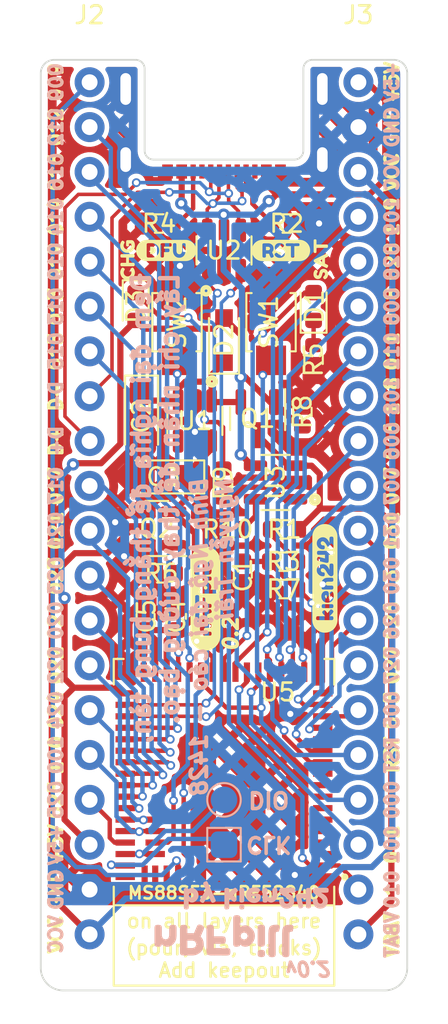
<source format=kicad_pcb>
(kicad_pcb (version 20211014) (generator pcbnew)
  (layers (0 "F.Cu" signal) (31 "B.Cu" signal) (34 "B.Paste" user) (35 "F.Paste" user) (36 "B.SilkS" user "B.Silkscreen") (37 "F.SilkS" user "F.Silkscreen") (38 "B.Mask" user) (39 "F.Mask" user) (44 "Edge.Cuts" user))
  (net 0 "")
  (net 1 "GND")
  (net 2 "VCC")
  (net 3 "BATTERY_PIN")
  (net 4 "VBAT")
  (net 5 "DP+")
  (net 6 "DP-")
  (net 7 "DCCH")
  (net 8 "nRF_VDD")
  (net 9 "RST")
  (net 10 "D+")
  (net 11 "D-")
  (net 12 "SWDIO")
  (net 13 "SWCLK")
  (net 14 "0.27")
  (net 15 "0.05")
  (net 16 "0.23")
  (net 17 "0.07")
  (net 18 "0.06")
  (net 19 "1.08")
  (net 20 "0.11")
  (net 21 "0.08")
  (net 22 "1.09")
  (net 23 "0.12")
  (net 24 "0.16")
  (net 25 "0.14")
  (net 27 "0.19")
  (net 28 "0.13")
  (net 29 "0.15")
  (net 30 "0.17")
  (net 31 "0.21")
  (net 32 "0.20")
  (net 33 "0.22")
  (net 34 "0.24")
  (net 35 "1.00")
  (net 36 "+5V")
  (net 37 "0.00")
  (net 38 "0.01")
  (net 39 "Net-(J1-PadA5)")
  (net 41 "Net-(J1-PadB5)")
  (net 43 "0.25")
  (net 44 "Net-(C2-Pad1)")
  (net 45 "Net-(D1-Pad1)")
  (net 46 "Net-(D3-Pad1)")
  (net 47 "POWER_PIN")
  (net 48 "Net-(R9-Pad2)")
  (net 49 "Net-(R10-Pad1)")
  (net 50 "DFU")
  (net 52 "LED_1")
  (net 53 "0.26")
  (net 54 "Net-(R1-Pad2)")
  (net 65 "0.28")
  (net 66 "0.31")
  (net 67 "0.30")
  (net 69 "009")
  (footprint "Capacitor_SMD:C_0603_1608Metric" (layer "F.Cu") (at 77.2668 53.3278 -90)
    (fp_text reference "C1")
    (fp_text value "100nF")
  )
  (footprint "Resistor_SMD:R_0603_1608Metric" (layer "F.Cu") (at 72.644 53.2262 180)
    (fp_text reference "R6")
    (fp_text value "100k")
  )
  (footprint "Capacitor_SMD:C_0603_1608Metric" (layer "F.Cu") (at 71.755 55.6646 90)
    (fp_text reference "C5")
    (fp_text value "100nF")
  )
  (footprint "Library:PinHeader_1x20_P2.54mm_Vertical" (layer "F.Cu") (at 83.82 25.4132)
    (fp_text reference "J3")
    (fp_text value " ")
  )
  (footprint "Button_Switch_SMD:SW_SPST_B3U-1000P" (layer "F.Cu") (at 78.867 39.0022 -90)
    (fp_text reference "SW1")
    (fp_text value "RST")
  )
  (footprint "Resistor_SMD:R_0603_1608Metric" (layer "F.Cu") (at 79.629 50.737 180)
    (fp_text reference "R1")
    (fp_text value "2M")
  )
  (footprint "Resistor_SMD:R_0603_1608Metric" (layer "F.Cu") (at 76.15 48.11 -90)
    (fp_text reference "R9")
    (fp_text value "1K")
  )
  (footprint "Capacitor_SMD:C_0603_1608Metric" (layer "F.Cu") (at 73.533 55.6646 90)
    (fp_text reference "C4")
    (fp_text value "10uF")
  )
  (footprint "kibuzzard-6303CFD4" (layer "F.Cu") (at 70.73 35.48 90)
    (fp_text reference "kibuzzard-6303CFD4" hide)
    (fp_text value "G***" hide)
  )
  (footprint "Capacitor_Tantalum_SMD:CP_EIA-3216-12_Kemet-S" (layer "F.Cu") (at 71.5264 44.3362 -90)
    (fp_text reference "C2")
    (fp_text value "10uF")
  )
  (footprint "Diode_SMD:D_SOD-323_HandSoldering" (layer "F.Cu") (at 76.2 40.0182 90)
    (fp_text reference "D2")
    (fp_text value "1N5819")
  )
  (footprint "Library:SOT-23-6" (layer "F.Cu") (at 76.2 34.9382 90)
    (fp_text reference "U2")
    (fp_text value "USBLC6-2SC6")
  )
  (footprint "Library:PinHeader_1x20_P2.54mm_Vertical" (layer "F.Cu") (at 68.58 25.4132)
    (fp_text reference "J2")
    (fp_text value " ")
  )
  (footprint "Button_Switch_SMD:SW_SPST_B3U-1000P" (layer "F.Cu") (at 73.533 39.0022 -90)
    (fp_text reference "SW2")
    (fp_text value "DFU")
  )
  (footprint "Resistor_SMD:R_0603_1608Metric" (layer "F.Cu") (at 79.756 33.4142)
    (fp_text reference "R2")
    (fp_text value "5.1k")
  )
  (footprint "kibuzzard-6303CF12" (layer "F.Cu") (at 75.15 54.65 90)
    (fp_text reference "kibuzzard-6303CF12" hide)
    (fp_text value "G***" hide)
  )
  (footprint "kibuzzard-6303CF50" (layer "F.Cu") (at 81.92 53.51 90)
    (fp_text reference "kibuzzard-6303CF50" hide)
    (fp_text value "G***" hide)
  )
  (footprint "Resistor_SMD:R_0603_1608Metric" (layer "F.Cu") (at 72.517 33.4142)
    (fp_text reference "R4")
    (fp_text value "5.1k")
  )
  (footprint "kibuzzard-63049CD9" (layer "F.Cu") (at 72.92 34.94)
    (fp_text reference "kibuzzard-63049CD9" hide)
    (fp_text value "G***" hide)
  )
  (footprint "kien242:USB-C-Low" (layer "F.Cu") (at 76.2 29.7902)
    (fp_text reference "J1")
    (fp_text value "USB_C_Receptacle_USB2.0")
  )
  (footprint "Library:SOT-23-5" (layer "F.Cu") (at 74.549 44.5902 -90)
    (fp_text reference "U1")
    (fp_text value "MIC5219-3.3YM5")
  )
  (footprint "Package_TO_SOT_SMD:SOT-23" (layer "F.Cu") (at 72.39 50.6862 180)
    (fp_text reference "Q2")
    (fp_text value "AO3407")
  )
  (footprint "kibuzzard-63049CF8" (layer "F.Cu") (at 79.43 34.94)
    (fp_text reference "kibuzzard-63049CF8" hide)
    (fp_text value "G***" hide)
  )
  (footprint "Resistor_SMD:R_0603_1608Metric" (layer "F.Cu") (at 80.645 44.0822 90)
    (fp_text reference "R8")
    (fp_text value "100K")
  )
  (footprint "Package_TO_SOT_SMD:SOT-23" (layer "F.Cu") (at 78.105 44.4632 -90)
    (fp_text reference "Q1")
    (fp_text value "AO3407")
  )
  (footprint "Resistor_SMD:R_0603_1608Metric" (layer "F.Cu") (at 76.41 50.737 180)
    (fp_text reference "R10")
    (fp_text value "2.3k")
  )
  (footprint "Capacitor_Tantalum_SMD:CP_EIA-3216-12_Kemet-S" (layer "F.Cu") (at 72.771 47.7652 180)
    (fp_text reference "C3")
    (fp_text value "10uF")
  )
  (footprint "Resistor_SMD:R_0603_1608Metric" (layer "F.Cu") (at 79.5782 54.1152 180)
    (fp_text reference "R7")
    (fp_text value "10M")
  )
  (footprint "kibuzzard-6303D094" (layer "F.Cu") (at 81.69 35.44 90)
    (fp_text reference "kibuzzard-6303D094" hide)
    (fp_text value "G***" hide)
  )
  (footprint "kien242:MODULE_MS88SF3" (layer "F.Cu") (at 76.2 67.3232 180)
    (fp_text reference "U5")
    (fp_text value "MS88FS3")
  )
  (footprint "LED_SMD:LED_0603_1608Metric" (layer "F.Cu") (at 71.1962 38.1132 -90)
    (fp_text reference "D3")
    (fp_text value "BLUE")
  )
  (footprint "Library:SOT-23-5" (layer "F.Cu") (at 79.121 48.0802 180)
    (fp_text reference "U3")
    (fp_text value "TP4054")
  )
  (footprint "Resistor_SMD:R_0603_1608Metric" (layer "F.Cu") (at 81.28 41.13 90)
    (fp_text reference "R5")
    (fp_text value "1K")
  )
  (footprint "LED_SMD:LED_0603_1608Metric" (layer "F.Cu") (at 81.28 38.1132 90)
    (fp_text reference "D1")
    (fp_text value "BLUE")
  )
  (footprint "Resistor_SMD:R_0603_1608Metric" (layer "F.Cu") (at 79.5782 52.5658 180)
    (fp_text reference "R3")
    (fp_text value "2M")
  )
  (footprint "TestPoint:TestPoint_Pad_D1.5mm" (layer "B.Cu") (at 76.2 66.0532 90)
    (fp_text reference "J5")
    (fp_text value " ")
  )
  (footprint "TestPoint:TestPoint_Pad_1.5x1.5mm" (layer "B.Cu") (at 76.2 68.5932 90)
    (fp_text reference "J4")
    (fp_text value " ")
  )
  (footprint "kibuzzard-62FEE358" (layer "B.Cu") (at 76.2 73.7748)
    (fp_text reference "kibuzzard-62FEE358" hide)
    (fp_text value "G***" hide)
  )
  (footprint "kibuzzard-62FEE3AB" (layer "B.Cu") (at 78.0288 71.4634)
    (fp_text reference "kibuzzard-62FEE3AB" hide)
    (fp_text value "G***" hide)
  )
  (gr_arc (start 65.81 24.9052) (mid 66.033185 24.366385) (end 66.572 24.1432) (layer "Edge.Cuts") (width 0.1))
  (gr_arc (start 85.828 24.1432) (mid 86.366815 24.366385) (end 86.59 24.9052) (layer "Edge.Cuts") (width 0.1))
  (gr_line (start 71.7 29.2862) (end 71.7 24.6512) (layer "Edge.Cuts") (width 0.1))
  (gr_arc (start 71.192 24.1432) (mid 71.55121 24.29199) (end 71.7 24.6512) (layer "Edge.Cuts") (width 0.1))
  (gr_line (start 80.192 29.7942) (end 72.208 29.7942) (layer "Edge.Cuts") (width 0.1))
  (gr_arc (start 80.7 24.6512) (mid 80.84879 24.29199) (end 81.208 24.1432) (layer "Edge.Cuts") (width 0.1))
  (gr_line (start 66.572 24.1432) (end 71.192 24.1432) (layer "Edge.Cuts") (width 0.1))
  (gr_arc (start 86.59 75.5782) (mid 86.218026 76.476226) (end 85.32 76.8482) (layer "Edge.Cuts") (width 0.1))
  (gr_arc (start 67.08 76.8482) (mid 66.181974 76.476226) (end 65.81 75.5782) (layer "Edge.Cuts") (width 0.1))
  (gr_line (start 65.81 24.9052) (end 65.81 75.5782) (layer "Edge.Cuts") (width 0.1))
  (gr_line (start 86.59 75.5782) (end 86.59 24.9052) (layer "Edge.Cuts") (width 0.1))
  (gr_arc (start 72.208 29.7942) (mid 71.84879 29.64541) (end 71.7 29.2862) (layer "Edge.Cuts") (width 0.1))
  (gr_line (start 80.7 24.6512) (end 80.7 29.2862) (layer "Edge.Cuts") (width 0.1))
  (gr_line (start 85.828 24.1432) (end 81.208 24.1432) (layer "Edge.Cuts") (width 0.1))
  (gr_arc (start 80.7 29.2862) (mid 80.55121 29.64541) (end 80.192 29.7942) (layer "Edge.Cuts") (width 0.1))
  (gr_line (start 67.08 76.8482) (end 85.32 76.8482) (layer "Edge.Cuts") (width 0.1))
  (gr_text "014" (at 66.675 33.0332 90) (layer "B.SilkS") (effects (font (size 0.75 0.75) (thickness 0.1875)) (justify mirror)))
  (gr_text "001" (at 85.725 68.5932 90) (layer "B.SilkS") (effects (font (size 0.75 0.75) (thickness 0.1875)) (justify mirror)))
  (gr_text "GND" (at 85.725 27.9532 90) (layer "B.SilkS") (effects (font (size 0.75 0.75) (thickness 0.1875)) (justify mirror)))
  (gr_text "025" (at 66.675 66.0532 90) (layer "B.SilkS") (effects (font (size 0.75 0.75) (thickness 0.1875)) (justify mirror)))
  (gr_text "031" (at 85.725 50.8132 90) (layer "B.SilkS") (effects (font (size 0.75 0.75) (thickness 0.1875)) (justify mirror)))
  (gr_text "028" (at 85.725 35.5732 90) (layer "B.SilkS") (effects (font (size 0.75 0.75) (thickness 0.1875)) (justify mirror)))
  (gr_text "016" (at 66.675 30.4932 90) (layer "B.SilkS") (effects (font (size 0.75 0.75) (thickness 0.1875)) (justify mirror)))
  (gr_text "DIO" (at 78.74 66.0532 180) (layer "B.SilkS") (effects (font (size 0.9 0.9) (thickness 0.2)) (justify mirror)))
  (gr_text "Đem đại nghĩa để thắng hung tàn,\nLấy chí nhân để thay cường bạo." (at 72.3138 36.1066 90) (layer "B.SilkS") (effects (font (size 1 1) (thickness 0.25)) (justify left mirror)))
  (gr_text "021" (at 66.675 50.8132 90) (layer "B.SilkS") (effects (font (size 0.75 0.75) (thickness 0.1875)) (justify mirror)))
  (gr_text "108" (at 85.725 43.1932 90) (layer "B.SilkS") (effects (font (size 0.75 0.75) (thickness 0.1875)) (justify mirror)))
  (gr_text "019" (at 66.675 35.5732 90) (layer "B.SilkS") (effects (font (size 0.75 0.75) (thickness 0.1875)) (justify mirror)))
  (gr_text "022" (at 66.675 58.4332 90) (layer "B.SilkS") (effects (font (size 0.75 0.75) (thickness 0.1875)) (justify mirror)))
  (gr_text "010" (at 85.725 71.1332 90) (layer "B.SilkS") (effects (font (size 0.75 0.75) (thickness 0.1875)) (justify mirror)))
  (gr_text "009" (at 66.675 25.4132 90) (layer "B.SilkS") (effects (font (size 0.75 0.75) (thickness 0.1875)) (justify mirror)))
  (gr_text "027" (at 85.725 58.4332 90) (layer "B.SilkS") (effects (font (size 0.75 0.75) (thickness 0.1875)) (justify mirror)))
  (gr_text "+5V" (at 66.667202 68.5932 90) (layer "B.SilkS") (effects (font (size 0.75 0.75) (thickness 0.1875)) (justify mirror)))
  (gr_text "005" (at 85.725 60.9732 90) (layer "B.SilkS") (effects (font (size 0.75 0.75) (thickness 0.1875)) (justify mirror)))
  (gr_text "+5V" (at 85.725 25.4132 90) (layer "B.SilkS") (effects (font (size 0.75 0.75) (thickness 0.1875)) (justify mirror)))
  (gr_text "026" (at 85.713303 55.901214 90) (layer "B.SilkS") (effects (font (size 0.75 0.75) (thickness 0.1875)) (justify mirror)))
  (gr_text "VCC" (at 85.725 30.4932 90) (layer "B.SilkS") (effects (font (size 0.75 0.75) (thickness 0.1875)) (justify mirror)))
  (gr_text "GND" (at 66.675 71.1332 90) (layer "B.SilkS") (effects (font (size 0.75 0.75) (thickness 0.1875)) (justify mirror)))
  (gr_text "RST" (at 85.725 63.5132 90) (layer "B.SilkS") (effects (font (size 0.75 0.75) (thickness 0.1875)) (justify mirror)))
  (gr_text "D-\n" (at 66.675 43.1932 90) (layer "B.SilkS") (effects (font (size 0.75 0.75) (thickness 0.1875)) (justify mirror)))
  (gr_text "007" (at 85.725 48.283354 90) (layer "B.SilkS") (effects (font (size 0.75 0.75) (thickness 0.1875)) (justify mirror)))
  (gr_text "000" (at 85.725 66.0532 90) (layer "B.SilkS") (effects (font (size 0.75 0.75) (thickness 0.1875)) (justify mirror)))
  (gr_text "030" (at 85.713303 53.363055 90) (layer "B.SilkS") (effects (font (size 0.75 0.75) (thickness 0.1875)) (justify mirror)))
  (gr_text "VCC" (at 66.667202 73.675258 90) (layer "B.SilkS") (effects (font (size 0.75 0.75) (thickness 0.1875)) (justify mirror)))
  (gr_text "013" (at 66.675 38.1132 90) (layer "B.SilkS") (effects (font (size 0.75 0.75) (thickness 0.1875)) (justify mirror)))
  (gr_text "VBAT" (at 85.725 73.6732 90) (layer "B.SilkS") (effects (font (size 0.75 0.75) (thickness 0.1875)) (justify mirror)))
  (gr_text "024" (at 66.675 60.9732 90) (layer "B.SilkS") (effects (font (size 0.75 0.75) (thickness 0.1875)) (justify mirror)))
  (gr_text "011" (at 85.725 40.656585 90) (layer "B.SilkS") (effects (font (size 0.75 0.75) (thickness 0.1875)) (justify mirror)))
  (gr_text "100" (at 66.675 63.5132 90) (layer "B.SilkS") (effects (font (size 0.75 0.75) (thickness 0.1875)) (justify mirror)))
  (gr_text "CLK" (at 78.74 68.5932 180) (layer "B.SilkS") (effects (font (size 0.9 0.9) (thickness 0.2)) (justify mirror)))
  (gr_text "006" (at 85.725 45.7332 90) (layer "B.SilkS") (effects (font (size 0.75 0.75) (thickness 0.1875)) (justify mirror)))
  (gr_text "008" (at 85.725 38.1132 90) (layer "B.SilkS") (effects (font (size 0.75 0.75) (thickness 0.1875)) (justify mirror)))
  (gr_text "017" (at 66.675 48.2732 90) (layer "B.SilkS") (effects (font (size 0.75 0.75) (thickness 0.1875)) (justify mirror)))
  (gr_text "109" (at 85.725 33.0332 90) (layer "B.SilkS") (effects (font (size 0.75 0.75) (thickness 0.1875)) (justify mirror)))
  (gr_text "v0.2" (at 80.9244 75.6036 180) (layer "B.SilkS") (effects (font (size 0.8 0.8) (thickness 0.2) italic) (justify mirror)))
  (gr_text "012" (at 66.675 27.9532 90) (layer "B.SilkS") (effects (font (size 0.75 0.75) (thickness 0.1875)) (justify mirror)))
  (gr_text "015" (at 66.675 40.6532 90) (layer "B.SilkS") (effects (font (size 0.75 0.75) (thickness 0.1875)) (justify mirror)))
  (gr_text "D+" (at 66.675 45.7332 90) (layer "B.SilkS") (effects (font (size 0.75 0.75) (thickness 0.1875)) (justify mirror)))
  (gr_text "020" (at 66.675 55.8932 90) (layer "B.SilkS") (effects (font (size 0.75 0.75) (thickness 0.1875)) (justify mirror)))
  (gr_text "023" (at 66.675 53.3532 90) (layer "B.SilkS") (effects (font (size 0.75 0.75) (thickness 0.1875)) (justify mirror)))
  (gr_text "Bình Ngô đại cáo - 1428\nNguyễn Trãi" (at 75.5142 47.6636 90) (layer "B.SilkS") (effects (font (size 0.9 0.9) (thickness 0.225) italic) (justify left mirror)))
  (gr_text "008" (at 85.725 38.1132 90) (layer "F.SilkS") (effects (font (size 0.75 0.75) (thickness 0.1875))))
  (gr_text "100" (at 66.675 63.5132 90) (layer "F.SilkS") (effects (font (size 0.75 0.75) (thickness 0.1875))))
  (gr_text "006" (at 85.725 45.7332 90) (layer "F.SilkS") (effects (font (size 0.75 0.75) (thickness 0.1875))))
  (gr_text "016" (at 66.675 30.4932 90) (layer "F.SilkS") (effects (font (size 0.75 0.75) (thickness 0.1875))))
  (gr_text "RST" (at 85.725 63.5132 90) (layer "F.SilkS") (effects (font (size 0.75 0.75) (thickness 0.1875))))
  (gr_text "0.2\n" (at 76.59 56.65 90) (layer "F.SilkS") (effects (font (size 0.8 0.8) (thickness 0.2) italic)))
  (gr_text "024" (at 66.667202 60.974229 90) (layer "F.SilkS") (effects (font (size 0.75 0.75) (thickness 0.1875))))
  (gr_text "020" (at 66.663303 55.901214 90) (layer "F.SilkS") (effects (font (size 0.75 0.75) (thickness 0.1875))))
  (gr_text "VBAT" (at 85.725 73.6732 90) (layer "F.SilkS") (effects (font (size 0.75 0.75) (thickness 0.1875))))
  (gr_text "005" (at 85.717202 60.974229 90) (layer "F.SilkS") (effects (font (size 0.75 0.75) (thickness 0.1875))))
  (gr_text "+5V" (at 85.725 25.4132 90) (layer "F.SilkS") (effects (font (size 0.75 0.75) (thickness 0.1875))))
  (gr_text "030" (at 85.713303 53.363055 90) (layer "F.SilkS") (effects (font (size 0.75 0.75) (thickness 0.1875))))
  (gr_text "109" (at 85.725 33.0332 90) (layer "F.SilkS") (effects (font (size 0.75 0.75) (thickness 0.1875))))
  (gr_text "014" (at 66.675 33.0332 90) (layer "F.SilkS") (effects (font (size 0.75 0.75) (thickness 0.1875))))
  (gr_text "019" (at 66.675 35.5732 90) (layer "F.SilkS") (effects (font (size 0.75 0.75) (thickness 0.1875))))
  (gr_text "021" (at 66.675 50.8132 90) (layer "F.SilkS") (effects (font (size 0.75 0.75) (thickness 0.1875))))
  (gr_text "D-\n" (at 66.675 43.1932 90) (layer "F.SilkS") (effects (font (size 0.75 0.75) (thickness 0.1875))))
  (gr_text "010" (at 85.725 71.1332 90) (layer "F.SilkS") (effects (font (size 0.75 0.75) (thickness 0.1875))))
  (gr_text "GND" (at 66.675 71.1332 90) (layer "F.SilkS") (effects (font (size 0.75 0.75) (thickness 0.1875))))
  (gr_text "022" (at 66.675 58.4332 90) (layer "F.SilkS") (effects (font (size 0.75 0.75) (thickness 0.1875))))
  (gr_text "027" (at 85.725 58.4332 90) (layer "F.SilkS") (effects (font (size 0.75 0.75) (thickness 0.1875))))
  (gr_text "VCC" (at 85.725 30.4932 90) (layer "F.SilkS") (effects (font (size 0.75 0.75) (thickness 0.1875))))
  (gr_text "007" (at 85.724999 48.283354 90) (layer "F.SilkS") (effects (font (size 0.75 0.75) (thickness 0.1875))))
  (gr_text "VCC" (at 66.667202 73.675258 90) (layer "F.SilkS") (effects (font (size 0.75 0.75) (thickness 0.1875))))
  (gr_text "028" (at 85.725 35.5732 90) (layer "F.SilkS") (effects (font (size 0.75 0.75) (thickness 0.1875))))
  (gr_text "031" (at 85.725 50.8132 90) (layer "F.SilkS") (effects (font (size 0.75 0.75) (thickness 0.1875))))
  (gr_text "000" (at 85.717202 66.055258 90) (layer "F.SilkS") (effects (font (size 0.75 0.75) (thickness 0.1875))))
  (gr_text "108" (at 85.725 43.1932 90) (layer "F.SilkS") (effects (font (size 0.75 0.75) (thickness 0.1875))))
  (gr_text "009" (at 66.675 25.4132 90) (layer "F.SilkS") (effects (font (size 0.75 0.75) (thickness 0.1875))))
  (gr_text "012" (at 66.675 27.9532 90) (layer "F.SilkS") (effects (font (size 0.75 0.75) (thickness 0.1875))))
  (gr_text "025" (at 66.667202 66.055258 90) (layer "F.SilkS") (effects (font (size 0.75 0.75) (thickness 0.1875))))
  (gr_text "023" (at 66.663303 53.363055 90) (layer "F.SilkS") (effects (font (size 0.75 0.75) (thickness 0.1875))))
  (gr_text "013" (at 66.675 38.1132 90) (layer "F.SilkS") (effects (font (size 0.75 0.75) (thickness 0.1875))))
  (gr_text "017" (at 66.674999 48.283354 90) (layer "F.SilkS") (effects (font (size 0.75 0.75) (thickness 0.1875))))
  (gr_text "011" (at 85.724999 40.656585 90) (layer "F.SilkS") (effects (font (size 0.75 0.75) (thickness 0.1875))))
  (gr_text "015" (at 66.674999 40.656585 90) (layer "F.SilkS") (effects (font (size 0.75 0.75) (thickness 0.1875))))
  (gr_text "026" (at 85.713303 55.901214 90) (layer "F.SilkS") (effects (font (size 0.75 0.75) (thickness 0.1875))))
  (gr_text "001" (at 85.725 68.5932 90) (layer "F.SilkS") (effects (font (size 0.75 0.75) (thickness 0.1875))))
  (gr_text "+5V" (at 66.667202 68.594229 90) (layer "F.SilkS") (effects (font (size 0.75 0.75) (thickness 0.1875))))
  (gr_text "GND" (at 85.725 27.9532 90) (layer "F.SilkS") (effects (font (size 0.75 0.75) (thickness 0.1875))))
  (gr_text "D+" (at 66.675 45.7332 90) (layer "F.SilkS") (effects (font (size 0.75 0.75) (thickness 0.1875))))
  (segment (start 74.549 43.4527) (end 74.549 44.051) (width 0.35) (layer "F.Cu") (net 1))
  (segment (start 73.699626 35.814) (end 73.699626 36.179606) (width 0.35) (layer "F.Cu") (net 1))
  (segment (start 81.788 57.15) (end 81.788 53.848) (width 0.3) (layer "F.Cu") (net 1))
  (segment (start 81.59 33.41) (end 81.5858 33.4142) (width 0.35) (layer "F.Cu") (net 1))
  (segment (start 77.072338 47.8052) (end 76.777538 48.1) (width 0.35) (layer "F.Cu") (net 1))
  (segment (start 74.01 44.59) (end 74.549 45.129) (width 0.35) (layer "F.Cu") (net 1))
  (segment (start 76.777538 48.1) (end 75.52 48.1) (width 0.35) (layer "F.Cu") (net 1))
  (segment (start 74.549 45.129) (end 74.549 45.212) (width 0.35) (layer "F.Cu") (net 1))
  (segment (start 79.2152 47.8052) (end 77.072338 47.8052) (width 0.35) (layer "F.Cu") (net 1))
  (segment (start 71.5264 45.0036) (end 71.5264 45.6862) (width 0.35) (layer "F.Cu") (net 1))
  (segment (start 80.2585 48.0802) (end 79.4902 48.0802) (width 0.35) (layer "F.Cu") (net 1))
  (segment (start 71.94 44.59) (end 71.5264 45.0036) (width 0.35) (layer "F.Cu") (net 1))
  (segment (start 79.4902 48.0802) (end 79.2152 47.8052) (width 0.35) (layer "F.Cu") (net 1))
  (segment (start 81.5858 33.4142) (end 80.581 33.4142) (width 0.35) (layer "F.Cu") (net 1))
  (segment (start 74.01 44.59) (end 71.94 44.59) (width 0.35) (layer "F.Cu") (net 1))
  (segment (start 81.4 57.538) (end 81.788 57.15) (width 0.3) (layer "F.Cu") (net 1))
  (segment (start 80.3292 70.4232) (end 81.8 70.4232) (width 0.35) (layer "F.Cu") (net 1))
  (segment (start 81.4 58.8232) (end 81.4 59.253) (width 0.3) (layer "F.Cu") (net 1))
  (segment (start 80.2132 70.3072) (end 80.3292 70.4232) (width 0.35) (layer "F.Cu") (net 1))
  (segment (start 74.549 44.051) (end 74.01 44.59) (width 0.35) (layer "F.Cu") (net 1))
  (segment (start 75.52 48.1) (end 75.26 48.36) (width 0.35) (layer "F.Cu") (net 1))
  (segment (start 81.4 58.8232) (end 81.4 57.538) (width 0.3) (layer "F.Cu") (net 1))
  (via (at 70.0278 50.3306) (size 0.7) (drill 0.35) (layers "F.Cu" "B.Cu") (net 1))
  (via (at 74.549 45.212) (size 0.7) (drill 0.35) (layers "F.Cu" "B.Cu") (net 1))
  (via (at 70.5355 52.26) (size 0.7) (drill 0.35) (layers "F.Cu" "B.Cu") (net 1))
  (via (at 81.59 33.41) (size 0.7) (drill 0.35) (layers "F.Cu" "B.Cu") (net 1))
  (via (at 80.2132 70.3072) (size 0.7) (drill 0.35) (layers "F.Cu" "B.Cu") (net 1))
  (via (at 73.699626 35.814) (size 0.7) (drill 0.35) (layers "F.Cu" "B.Cu") (net 1))
  (via (at 79.9592 61.185411) (size 0.7) (drill 0.35) (layers "F.Cu" "B.Cu") (net 1))
  (via (at 81.788 53.848) (size 0.7) (drill 0.35) (layers "F.Cu" "B.Cu") (net 1))
  (segment (start 81.0892 30.48) (end 81.775 29.7942) (width 0.35) (layer "B.Cu") (net 1))
  (segment (start 79.9592 61.185411) (end 80.419589 61.185411) (width 0.3) (layer "B.Cu") (net 1))
  (segment (start 85.217 32.632662) (end 84.334338 31.75) (width 0.3) (layer "B.Cu") (net 1))
  (segment (start 81.755 59.85) (end 81.755 55.17486) (width 0.3) (layer "B.Cu") (net 1))
  (segment (start 81.755 55.17486) (end 81.778731 55.151129) (width 0.3) (layer "B.Cu") (net 1))
  (segment (start 81.778731 55.127269) (end 81.788 55.118) (width 0.3) (layer "B.Cu") (net 1))
  (segment (start 73.4742 40.8352) (end 74.295 41.656) (width 0.35) (layer "B.Cu") (net 1))
  (segment (start 81.788 55.118) (end 81.788 53.848) (width 0.3) (layer "B.Cu") (net 1))
  (segment (start 69.9068 71.1332) (end 68.58 71.1332) (width 0.35) (layer "B.Cu") (net 1))
  (segment (start 70.5355 50.8383) (end 70.0278 50.3306) (width 0.35) (layer "B.Cu") (net 1))
  (segment (start 74.295 44.958) (end 74.549 45.212) (width 0.35) (layer "B.Cu") (net 1))
  (segment (start 71.755 30.48) (end 81.0892 30.48) (width 0.35) (layer "B.Cu") (net 1))
  (segment (start 70.603433 29.815767) (end 70.625 29.7942) (width 0.35) (layer "B.Cu") (net 1))
  (segment (start 70.625 29.7942) (end 71.0692 29.7942) (width 0.35) (layer "B.Cu") (net 1))
  (segment (start 84.455 49.53) (end 85.217 48.768) (width 0.3) (layer "B.Cu") (net 1))
  (segment (start 71.0692 29.7942) (end 71.755 30.48) (width 0.35) (layer "B.Cu") (net 1))
  (segment (start 73.4742 35.588574) (end 73.4742 34.297897) (width 0.35) (layer "B.Cu") (net 1))
  (segment (start 81.788 53.848) (end 81.788 50.976952) (width 0.3) (layer "B.Cu") (net 1))
  (segment (start 80.2132 70.3072) (end 79.6104 70.91) (width 0.35) (layer "B.Cu") (net 1))
  (segment (start 73.699626 35.814) (end 73.4742 35.588574) (width 0.35) (layer "B.Cu") (net 1))
  (segment (start 70.13 70.91) (end 69.9068 71.1332) (width 0.35) (layer "B.Cu") (net 1))
  (segment (start 73.699626 35.814) (end 73.4742 36.039426) (width 0.35) (layer "B.Cu") (net 1))
  (segment (start 81.788 50.976952) (end 83.234952 49.53) (width 0.3) (layer "B.Cu") (net 1))
  (segment (start 70.5355 52.26) (end 70.5355 50.8383) (width 0.35) (layer "B.Cu") (net 1))
  (segment (start 73.4742 36.039426) (end 73.4742 40.8352) (width 0.35) (layer "B.Cu") (net 1))
  (segment (start 73.4742 34.297897) (end 70.603433 31.427131) (width 0.35) (layer "B.Cu") (net 1))
  (segment (start 85.217 48.768) (end 85.217 32.632662) (width 0.3) (layer "B.Cu") (net 1))
  (segment (start 70.603433 31.427131) (end 70.603433 29.815767) (width 0.35) (layer "B.Cu") (net 1))
  (segment (start 74.295 41.656) (end 74.295 44.958) (width 0.35) (layer "B.Cu") (net 1))
  (segment (start 80.419589 61.185411) (end 81.755 59.85) (width 0.3) (layer "B.Cu") (net 1))
  (segment (start 84.334338 31.75) (end 83.439 31.75) (width 0.3) (layer "B.Cu") (net 1))
  (segment (start 79.6104 70.91) (end 70.13 70.91) (width 0.35) (layer "B.Cu") (net 1))
  (segment (start 83.234952 49.53) (end 84.455 49.53) (width 0.3) (layer "B.Cu") (net 1))
  (segment (start 81.778731 55.151129) (end 81.778731 55.127269) (width 0.3) (layer "B.Cu") (net 1))
  (segment (start 71.4525 50.6862) (end 70.993 50.6862) (width 0.35) (layer "F.Cu") (net 2))
  (segment (start 71.4525 50.6862) (end 71.12 50.6862) (width 0.3) (layer "F.Cu") (net 2))
  (segment (start 67.74504 52.0832) (end 66.435462 53.392778) (width 0.35) (layer "F.Cu") (net 2))
  (segment (start 69.596 52.0832) (end 67.74504 52.0832) (width 0.35) (layer "F.Cu") (net 2))
  (segment (start 66.435462 71.528662) (end 68.58 73.6732) (width 0.35) (layer "F.Cu") (net 2))
  (segment (start 70.993 50.6862) (end 69.596 52.0832) (width 0.35) (layer "F.Cu") (net 2))
  (segment (start 66.435462 53.392778) (end 66.435462 71.528662) (width 0.35) (layer "F.Cu") (net 2))
  (segment (start 85.742 68.7032) (end 85.742 32.4152) (width 0.35) (layer "B.Cu") (net 2))
  (segment (start 81.153 71.6412) (end 82.931 69.8632) (width 0.35) (layer "B.Cu") (net 2))
  (segment (start 68.58 73.6732) (end 70.612 71.6412) (width 0.35) (layer "B.Cu") (net 2))
  (segment (start 84.582 69.8632) (end 85.742 68.7032) (width 0.35) (layer "B.Cu") (net 2))
  (segment (start 85.742 32.4152) (end 83.82 30.4932) (width 0.35) (layer "B.Cu") (net 2))
  (segment (start 82.931 69.8632) (end 84.582 69.8632) (width 0.35) (layer "B.Cu") (net 2))
  (segment (start 70.612 71.6412) (end 81.153 71.6412) (width 0.35) (layer "B.Cu") (net 2))
  (segment (start 77.2668 52.5528) (end 78.7402 52.5528) (width 0.3) (layer "F.Cu") (net 3))
  (segment (start 81.178731 54.9026) (end 81.178731 54.890731) (width 0.25) (layer "F.Cu") (net 3))
  (segment (start 80.4032 54.1152) (end 80.3026 54.1152) (width 0.3) (layer "F.Cu") (net 3))
  (segment (start 80.727414 60.6732) (end 81.8 60.6732) (width 0.25) (layer "F.Cu") (net 3))
  (segment (start 78.7402 52.5528) (end 78.7532 52.5658) (width 0.3) (layer "F.Cu") (net 3))
  (segment (start 81.178731 54.890731) (end 80.4032 54.1152) (width 0.25) (layer "F.Cu") (net 3))
  (segment (start 80.3026 54.1152) (end 78.7532 52.5658) (width 0.3) (layer "F.Cu") (net 3))
  (segment (start 80.405696 60.351482) (end 80.727414 60.6732) (width 0.25) (layer "F.Cu") (net 3))
  (via (at 81.178731 54.9026) (size 0.5) (drill 0.3) (layers "F.Cu" "B.Cu") (net 3))
  (via (at 80.405696 60.351482) (size 0.5) (drill 0.3) (layers "F.Cu" "B.Cu") (net 3))
  (segment (start 80.405696 60.351482) (end 81.28 59.477178) (width 0.25) (layer "B.Cu") (net 3))
  (segment (start 81.28 55.003869) (end 81.178731 54.9026) (width 0.25) (layer "B.Cu") (net 3))
  (segment (start 81.28 59.477178) (end 81.28 55.003869) (width 0.25) (layer "B.Cu") (net 3))
  (segment (start 84.866 49.56) (end 85.69 50.384) (width 0.35) (layer "F.Cu") (net 4))
  (segment (start 80.391 47.1302) (end 80.518 47.0032) (width 0.35) (layer "F.Cu") (net 4))
  (segment (start 81.1662 47.1302) (end 81.631 47.595) (width 0.35) (layer "F.Cu") (net 4))
  (segment (start 79.8345 47.1302) (end 78.105 45.4007) (width 0.35) (layer "F.Cu") (net 4))
  (segment (start 80.2585 47.1302) (end 81.1662 47.1302) (width 0.35) (layer "F.Cu") (net 4))
  (segment (start 85.69 71.8032) (end 83.82 73.6732) (width 0.35) (layer "F.Cu") (net 4))
  (segment (start 80.454 50.737) (end 81.631 49.56) (width 0.35) (layer "F.Cu") (net 4))
  (segment (start 85.69 50.384) (end 85.69 71.8032) (width 0.35) (layer "F.Cu") (net 4))
  (segment (start 80.2585 47.1302) (end 80.391 47.1302) (width 0.35) (layer "F.Cu") (net 4))
  (segment (start 80.2585 47.1302) (end 79.8345 47.1302) (width 0.35) (layer "F.Cu") (net 4))
  (segment (start 81.631 47.595) (end 81.631 49.56) (width 0.35) (layer "F.Cu") (net 4))
  (segment (start 81.631 49.56) (end 84.866 49.56) (width 0.35) (layer "F.Cu") (net 4))
  (segment (start 76.462384 31.7067) (end 76.45 31.694316) (width 0.2) (layer "F.Cu") (net 5))
  (segment (start 70.612 31.7632) (end 67.945 31.7632) (width 0.2) (layer "F.Cu") (net 5))
  (segment (start 67.183 44.3362) (end 68.58 45.7332) (width 0.2) (layer "F.Cu") (net 5))
  (segment (start 76.45 31.694316) (end 76.45 30.4692) (width 0.2) (layer "F.Cu") (net 5))
  (segment (start 71.228433 31.101148) (end 71.1285 31.201081) (width 0.2) (layer "F.Cu") (net 5))
  (segment (start 77.02548 32.71568) (end 77.02548 33.67618) (width 0.2) (layer "F.Cu") (net 5))
  (segment (start 67.945 31.7632) (end 67.183 32.5252) (width 0.2) (layer "F.Cu") (net 5))
  (segment (start 76.462384 31.698776) (end 76.45 31.686392) (width 0.2) (layer "F.Cu") (net 5))
  (segment (start 75.45 31.530311) (end 75.45 30.4692) (width 0.2) (layer "F.Cu") (net 5))
  (segment (start 75.362884 31.617427) (end 75.45 31.530311) (width 0.2) (layer "F.Cu") (net 5))
  (segment (start 76.462384 31.7067) (end 76.462384 31.698776) (width 0.2) (layer "F.Cu") (net 5))
  (segment (start 76.462384 32.152584) (end 77.02548 32.71568) (width 0.2) (layer "F.Cu") (net 5))
  (segment (start 76.462384 31.7067) (end 76.462384 32.152584) (width 0.2) (layer "F.Cu") (net 5))
  (segment (start 71.1285 31.201081) (end 71.1285 31.2467) (width 0.2) (layer "F.Cu") (net 5))
  (segment (start 67.183 32.5252) (end 67.183 44.3362) (width 0.2) (layer "F.Cu") (net 5))
  (segment (start 71.1285 31.2467) (end 70.612 31.7632) (width 0.2) (layer "F.Cu") (net 5))
  (segment (start 77.02548 33.67618) (end 77.15 33.8007) (width 0.2) (layer "F.Cu") (net 5))
  (via (at 76.462384 31.7067) (size 0.5) (drill 0.3) (layers "F.Cu" "B.Cu") (net 5))
  (via (at 71.228433 31.101148) (size 0.5) (drill 0.3) (layers "F.Cu" "B.Cu") (net 5))
  (via (at 75.362884 31.617427) (size 0.5) (drill 0.3) (layers "F.Cu" "B.Cu") (net 5))
  (segment (start 71.232881 31.0967) (end 74.842157 31.0967) (width 0.2) (layer "B.Cu") (net 5))
  (segment (start 71.228433 31.101148) (end 71.232881 31.0967) (width 0.2) (layer "B.Cu") (net 5))
  (segment (start 74.842157 31.0967) (end 75.362884 31.617427) (width 0.2) (layer "B.Cu") (net 5))
  (segment (start 75.452157 31.7067) (end 76.462384 31.7067) (width 0.2) (layer "B.Cu") (net 5))
  (segment (start 75.362884 31.617427) (end 75.452157 31.7067) (width 0.2) (layer "B.Cu") (net 5))
  (segment (start 77.225394 32.138483) (end 77.225394 31.6592) (width 0.2) (layer "F.Cu") (net 6))
  (segment (start 75.912384 31.942827) (end 75.912384 30.506816) (width 0.2) (layer "F.Cu") (net 6))
  (segment (start 75.912384 30.506816) (end 75.95 30.4692) (width 0.2) (layer "F.Cu") (net 6))
  (segment (start 73.100574 31.6467) (end 71.294186 31.6467) (width 0.2) (layer "F.Cu") (net 6))
  (segment (start 69.85 41.9232) (end 68.58 43.1932) (width 0.2) (layer "F.Cu") (net 6))
  (segment (start 69.85 33.090886) (end 69.85 41.9232) (width 0.2) (layer "F.Cu") (net 6))
  (segment (start 75.25 32.605211) (end 75.25 33.8007) (width 0.2) (layer "F.Cu") (net 6))
  (segment (start 77.225394 31.6592) (end 76.95 31.383806) (width 0.2) (layer "F.Cu") (net 6))
  (segment (start 71.294186 31.6467) (end 69.85 33.090886) (width 0.2) (layer "F.Cu") (net 6))
  (segment (start 76.95 31.383806) (end 76.95 30.4692) (width 0.2) (layer "F.Cu") (net 6))
  (segment (start 75.569489 32.285722) (end 75.912384 31.942827) (width 0.2) (layer "F.Cu") (net 6))
  (segment (start 75.569489 32.285722) (end 75.25 32.605211) (width 0.2) (layer "F.Cu") (net 6))
  (via (at 75.569489 32.285722) (size 0.5) (drill 0.3) (layers "F.Cu" "B.Cu") (net 6))
  (via (at 77.225394 32.138483) (size 0.5) (drill 0.3) (layers "F.Cu" "B.Cu") (net 6))
  (via (at 73.100574 31.6467) (size 0.5) (drill 0.3) (layers "F.Cu" "B.Cu") (net 6))
  (segment (start 73.100574 31.6467) (end 73.126074 31.6212) (width 0.2) (layer "B.Cu") (net 6))
  (segment (start 73.126074 31.6212) (end 74.588839 31.6212) (width 0.2) (layer "B.Cu") (net 6))
  (segment (start 75.569489 32.285722) (end 75.591537 32.263674) (width 0.2) (layer "B.Cu") (net 6))
  (segment (start 75.591537 32.263674) (end 77.100203 32.263674) (width 0.2) (layer "B.Cu") (net 6))
  (segment (start 75.253361 32.285722) (end 75.569489 32.285722) (width 0.2) (layer "B.Cu") (net 6))
  (segment (start 77.100203 32.263674) (end 77.225394 32.138483) (width 0.2) (layer "B.Cu") (net 6))
  (segment (start 74.588839 31.6212) (end 75.253361 32.285722) (width 0.2) (layer "B.Cu") (net 6))
  (segment (start 72.3 58.8232) (end 72.3 56.9846) (width 0.35) (layer "F.Cu") (net 8))
  (segment (start 72.3 56.9846) (end 71.755 56.4396) (width 0.35) (layer "F.Cu") (net 8))
  (segment (start 74.549 50.9577) (end 73.3275 49.7362) (width 0.35) (layer "F.Cu") (net 8))
  (segment (start 72.95 57.0226) (end 72.95 58.8232) (width 0.35) (layer "F.Cu") (net 8))
  (segment (start 73.533 56.4396) (end 73.7486 56.4396) (width 0.35) (layer "F.Cu") (net 8))
  (segment (start 74.549 55.6392) (end 74.549 50.9577) (width 0.35) (layer "F.Cu") (net 8))
  (segment (start 74.121 47.5468) (end 74.121 47.7652) (width 0.35) (layer "F.Cu") (net 8))
  (segment (start 73.7486 56.4396) (end 74.549 55.6392) (width 0.35) (layer "F.Cu") (net 8))
  (segment (start 75.499 46.1688) (end 74.121 47.5468) (width 0.35) (layer "F.Cu") (net 8))
  (segment (start 73.533 56.4396) (end 72.95 57.0226) (width 0.35) (layer "F.Cu") (net 8))
  (segment (start 74.121 48.9427) (end 74.121 47.7652) (width 0.35) (layer "F.Cu") (net 8))
  (segment (start 73.3275 49.7362) (end 74.121 48.9427) (width 0.35) (layer "F.Cu") (net 8))
  (segment (start 71.755 56.4396) (end 73.533 56.4396) (width 0.35) (layer "F.Cu") (net 8))
  (segment (start 78.39942 41.9994) (end 78.39942 41.65238) (width 0.25) (layer "F.Cu") (net 9))
  (segment (start 78.39942 41.65238) (end 78.74 41.3118) (width 0.25) (layer "F.Cu") (net 9))
  (segment (start 74.9 59.406) (end 74.9 58.8232) (width 0.25) (layer "F.Cu") (net 9))
  (segment (start 78.311037 60.833) (end 76.327 60.833) (width 0.25) (layer "F.Cu") (net 9))
  (segment (start 76.327 60.833) (end 74.9 59.406) (width 0.25) (layer "F.Cu") (net 9))
  (via (at 78.311037 60.833) (size 0.5) (drill 0.3) (layers "F.Cu" "B.Cu") (net 9))
  (via (at 78.39942 41.9994) (size 0.5) (drill 0.3) (layers "F.Cu" "B.Cu") (net 9))
  (segment (start 78.311037 60.833) (end 78.311037 61.636437) (width 0.25) (layer "B.Cu") (net 9))
  (segment (start 78.311037 61.636437) (end 80.1878 63.5132) (width 0.25) (layer "B.Cu") (net 9))
  (segment (start 76.924294 58.293576) (end 76.924294 49.011527) (width 0.25) (layer "B.Cu") (net 9))
  (segment (start 78.311037 59.680319) (end 76.924294 58.293576) (width 0.25) (layer "B.Cu") (net 9))
  (segment (start 78.39942 47.536401) (end 78.39942 41.9994) (width 0.25) (layer "B.Cu") (net 9))
  (segment (start 76.924294 49.011527) (end 78.39942 47.536401) (width 0.25) (layer "B.Cu") (net 9))
  (segment (start 80.1878 63.5132) (end 83.82 63.5132) (width 0.25) (layer "B.Cu") (net 9))
  (segment (start 78.311037 60.833) (end 78.311037 59.680319) (width 0.25) (layer "B.Cu") (net 9))
  (segment (start 77.15 36.0757) (end 77.15 36.784198) (width 0.2) (layer "F.Cu") (net 10))
  (segment (start 75.184 61.341) (end 75.1662 61.3232) (width 0.2) (layer "F.Cu") (net 10))
  (segment (start 75.1662 61.3232) (end 70.6 61.3232) (width 0.2) (layer "F.Cu") (net 10))
  (segment (start 77.15 36.784198) (end 76.575 37.359198) (width 0.2) (layer "F.Cu") (net 10))
  (via (at 75.184 61.341) (size 0.5) (drill 0.3) (layers "F.Cu" "B.Cu") (net 10))
  (via (at 76.575 37.359198) (size 0.5) (drill 0.3) (layers "F.Cu" "B.Cu") (net 10))
  (segment (start 76.050266 60.630061) (end 76.050266 37.911059) (width 0.2) (layer "B.Cu") (net 10))
  (segment (start 76.050266 37.911059) (end 76.575 37.386325) (width 0.2) (layer "B.Cu") (net 10))
  (segment (start 76.575 37.386325) (end 76.575 37.359198) (width 0.2) (layer "B.Cu") (net 10))
  (segment (start 75.339327 61.341) (end 76.050266 60.630061) (width 0.2) (layer "B.Cu") (net 10))
  (segment (start 75.184 61.341) (end 75.339327 61.341) (width 0.2) (layer "B.Cu") (net 10))
  (segment (start 75.25 36.0757) (end 75.25 36.784198) (width 0.2) (layer "F.Cu") (net 11))
  (segment (start 75.0898 60.6732) (end 70.6 60.6732) (width 0.2) (layer "F.Cu") (net 11))
  (segment (start 75.184 60.579) (end 75.0898 60.6732) (width 0.2) (layer "F.Cu") (net 11))
  (segment (start 75.25 36.784198) (end 75.825 37.359198) (width 0.2) (layer "F.Cu") (net 11))
  (via (at 75.825 37.359198) (size 0.5) (drill 0.3) (layers "F.Cu" "B.Cu") (net 11))
  (via (at 75.184 60.579) (size 0.5) (drill 0.3) (layers "F.Cu" "B.Cu") (net 11))
  (segment (start 75.650746 37.533452) (end 75.825 37.359198) (width 0.2) (layer "B.Cu") (net 11))
  (segment (start 75.350746 38.972054) (end 75.155219 38.972054) (width 0.2) (layer "B.Cu") (net 11))
  (segment (start 75.650746 60.112254) (end 75.650746 39.272054) (width 0.2) (layer "B.Cu") (net 11))
  (segment (start 75.650746 38.022054) (end 75.650746 37.533452) (width 0.2) (layer "B.Cu") (net 11))
  (segment (start 75.155219 38.372054) (end 75.350746 38.372054) (width 0.2) (layer "B.Cu") (net 11))
  (segment (start 75.184 60.579) (end 75.650746 60.112254) (width 0.2) (layer "B.Cu") (net 11))
  (segment (start 75.650746 38.072054) (end 75.650746 38.022054) (width 0.2) (layer "B.Cu") (net 11))
  (arc (start 74.855219 38.672054) (mid 74.943087 38.459922) (end 75.155219 38.372054) (width 0.2) (layer "B.Cu") (net 11))
  (arc (start 75.650746 39.272054) (mid 75.562878 39.059922) (end 75.350746 38.972054) (width 0.2) (layer "B.Cu") (net 11))
  (arc (start 75.155219 38.972054) (mid 74.943087 38.884186) (end 74.855219 38.672054) (width 0.2) (layer "B.Cu") (net 11))
  (arc (start 75.350746 38.372054) (mid 75.562878 38.284186) (end 75.650746 38.072054) (width 0.2) (layer "B.Cu") (net 11))
  (segment (start 71.399753 69.113754) (end 71.409199 69.1232) (width 0.25) (layer "F.Cu") (net 12))
  (segment (start 71.399753 69.113754) (end 71.390307 69.1232) (width 0.25) (layer "F.Cu") (net 12))
  (segment (start 71.390307 69.1232) (end 70.6 69.1232) (width 0.25) (layer "F.Cu") (net 12))
  (segment (start 71.409199 69.1232) (end 72.3 69.1232) (width 0.25) (layer "F.Cu") (net 12))
  (via (at 71.399753 69.113754) (size 0.5) (drill 0.3) (layers "F.Cu" "B.Cu") (net 12))
  (segment (start 74.4352 67.818) (end 76.2 66.0532) (width 0.25) (layer "B.Cu") (net 12))
  (segment (start 72.871577 67.818) (end 74.4352 67.818) (width 0.25) (layer "B.Cu") (net 12))
  (segment (start 71.575823 69.113754) (end 72.871577 67.818) (width 0.25) (layer "B.Cu") (net 12))
  (segment (start 71.399753 69.113754) (end 71.575823 69.113754) (width 0.25) (layer "B.Cu") (net 12))
  (segment (start 69.811733 69.736211) (end 69.848722 69.7732) (width 0.25) (layer "F.Cu") (net 13))
  (segment (start 69.848722 69.7732) (end 70.6 69.7732) (width 0.25) (layer "F.Cu") (net 13))
  (via (at 69.811733 69.736211) (size 0.5) (drill 0.3) (layers "F.Cu" "B.Cu") (net 13))
  (segment (start 75.8748 68.268) (end 76.2 68.5932) (width 0.25) (layer "B.Cu") (net 13))
  (segment (start 69.811733 69.736211) (end 71.589762 69.736211) (width 0.25) (layer "B.Cu") (net 13))
  (segment (start 71.589762 69.736211) (end 73.057973 68.268) (width 0.25) (layer "B.Cu") (net 13))
  (segment (start 73.057973 68.268) (end 75.8748 68.268) (width 0.25) (layer "B.Cu") (net 13))
  (segment (start 81.116019 61.9732) (end 81.8 61.9732) (width 0.25) (layer "F.Cu") (net 14))
  (segment (start 81.047805 62.041414) (end 81.116019 61.9732) (width 0.25) (layer "F.Cu") (net 14))
  (via (at 81.047805 62.041414) (size 0.5) (drill 0.3) (layers "F.Cu" "B.Cu") (net 14))
  (segment (start 82.746 59.5072) (end 83.82 58.4332) (width 0.25) (layer "B.Cu") (net 14))
  (segment (start 81.047805 62.041414) (end 81.047805 61.865343) (width 0.25) (layer "B.Cu") (net 14))
  (segment (start 82.746 60.167148) (end 82.746 59.5072) (width 0.25) (layer "B.Cu") (net 14))
  (segment (start 81.047805 61.865343) (end 82.746 60.167148) (width 0.25) (layer "B.Cu") (net 14))
  (segment (start 83.3628 60.9732) (end 83.82 60.9732) (width 0.25) (layer "F.Cu") (net 15))
  (segment (start 83.47 61.3232) (end 83.82 60.9732) (width 0.25) (layer "F.Cu") (net 15))
  (segment (start 81.8 61.3232) (end 83.47 61.3232) (width 0.25) (layer "F.Cu") (net 15))
  (segment (start 72.15204 65.225015) (end 72.150225 65.2232) (width 0.25) (layer "F.Cu") (net 16))
  (segment (start 72.150225 65.2232) (end 70.6 65.2232) (width 0.25) (layer "F.Cu") (net 16))
  (via (at 72.15204 65.225015) (size 0.5) (drill 0.3) (layers "F.Cu" "B.Cu") (net 16))
  (segment (start 71.198559 59.907324) (end 70.31 59.018765) (width 0.25) (layer "B.Cu") (net 16))
  (segment (start 72.15204 64.54237) (end 71.19856 63.58889) (width 0.25) (layer "B.Cu") (net 16))
  (segment (start 70.31 59.018765) (end 70.31 55.0832) (width 0.25) (layer "B.Cu") (net 16))
  (segment (start 71.19856 63.58889) (end 71.198559 59.907324) (width 0.25) (layer "B.Cu") (net 16))
  (segment (start 72.15204 65.225015) (end 72.15204 64.54237) (width 0.25) (layer "B.Cu") (net 16))
  (segment (start 70.31 55.0832) (end 68.58 53.3532) (width 0.25) (layer "B.Cu") (net 16))
  (segment (start 80.75 58.065316) (end 80.75 58.8232) (width 0.25) (layer "F.Cu") (net 17))
  (segment (start 80.6745 57.989816) (end 80.75 58.065316) (width 0.25) (layer "F.Cu") (net 17))
  (via (at 80.6745 57.989816) (size 0.5) (drill 0.3) (layers "F.Cu" "B.Cu") (net 17))
  (segment (start 80.604231 51.488969) (end 83.82 48.2732) (width 0.25) (layer "B.Cu") (net 17))
  (segment (start 80.6745 57.989816) (end 80.604231 57.919547) (width 0.25) (layer "B.Cu") (net 17))
  (segment (start 80.604231 57.919547) (end 80.604231 51.488969) (width 0.25) (layer "B.Cu") (net 17))
  (segment (start 80.1 57.70602) (end 80.1 58.8232) (width 0.25) (layer "F.Cu") (net 18))
  (segment (start 79.947329 57.553349) (end 80.1 57.70602) (width 0.25) (layer "F.Cu") (net 18))
  (via (at 79.947329 57.553349) (size 0.5) (drill 0.3) (layers "F.Cu" "B.Cu") (net 18))
  (segment (start 79.947329 57.553349) (end 80.154711 57.345967) (width 0.25) (layer "B.Cu") (net 18))
  (segment (start 80.154711 49.595414) (end 83.82 45.930125) (width 0.25) (layer "B.Cu") (net 18))
  (segment (start 80.154711 57.345967) (end 80.154711 49.595414) (width 0.25) (layer "B.Cu") (net 18))
  (segment (start 83.82 45.930125) (end 83.82 45.7332) (width 0.25) (layer "B.Cu") (net 18))
  (segment (start 79.45 58.073587) (end 79.45 58.8232) (width 0.25) (layer "F.Cu") (net 19))
  (segment (start 79.347032 57.970619) (end 79.45 58.073587) (width 0.25) (layer "F.Cu") (net 19))
  (via (at 79.347032 57.970619) (size 0.5) (drill 0.3) (layers "F.Cu" "B.Cu") (net 19))
  (segment (start 79.347032 57.34118) (end 79.705191 56.983021) (width 0.25) (layer "B.Cu") (net 19))
  (segment (start 80.772 48.342408) (end 80.772 46.2412) (width 0.25) (layer "B.Cu") (net 19))
  (segment (start 79.347032 57.970619) (end 79.347032 57.34118) (width 0.25) (layer "B.Cu") (net 19))
  (segment (start 79.705191 56.983021) (end 79.705191 49.409217) (width 0.25) (layer "B.Cu") (net 19))
  (segment (start 80.772 46.2412) (end 83.82 43.1932) (width 0.25) (layer "B.Cu") (net 19))
  (segment (start 79.705191 49.409217) (end 80.772 48.342408) (width 0.25) (layer "B.Cu") (net 19))
  (segment (start 78.8 58.14614) (end 78.8 58.8232) (width 0.25) (layer "F.Cu") (net 20))
  (segment (start 78.647816 57.993956) (end 78.8 58.14614) (width 0.25) (layer "F.Cu") (net 20))
  (segment (start 78.647816 57.531) (end 78.647816 57.993956) (width 0.25) (layer "F.Cu") (net 20))
  (via (at 78.647816 57.531) (size 0.5) (drill 0.3) (layers "F.Cu" "B.Cu") (net 20))
  (segment (start 80.32248 44.15072) (end 83.82 40.6532) (width 0.25) (layer "B.Cu") (net 20))
  (segment (start 79.255671 49.22302) (end 80.32248 48.156211) (width 0.25) (layer "B.Cu") (net 20))
  (segment (start 80.32248 48.156211) (end 80.32248 44.15072) (width 0.25) (layer "B.Cu") (net 20))
  (segment (start 78.647816 57.404) (end 79.255671 56.796145) (width 0.25) (layer "B.Cu") (net 20))
  (segment (start 79.255671 56.796145) (end 79.255671 49.22302) (width 0.25) (layer "B.Cu") (net 20))
  (segment (start 78.647816 57.531) (end 78.647816 57.404) (width 0.25) (layer "B.Cu") (net 20))
  (segment (start 78.647816 56.5536) (end 78.5876 56.5536) (width 0.25) (layer "F.Cu") (net 21))
  (segment (start 76.85 58.2912) (end 76.85 58.8232) (width 0.25) (layer "F.Cu") (net 21))
  (segment (start 78.5876 56.5536) (end 76.85 58.2912) (width 0.25) (layer "F.Cu") (net 21))
  (via (at 78.647816 56.5536) (size 0.5) (drill 0.3) (layers "F.Cu" "B.Cu") (net 21))
  (segment (start 79.87296 47.970013) (end 79.87296 42.06024) (width 0.25) (layer "B.Cu") (net 21))
  (segment (start 78.647816 56.5536) (end 78.647816 49.195157) (width 0.25) (layer "B.Cu") (net 21))
  (segment (start 79.87296 42.06024) (end 83.82 38.1132) (width 0.25) (layer "B.Cu") (net 21))
  (segment (start 78.647816 49.195157) (end 79.87296 47.970013) (width 0.25) (layer "B.Cu") (net 21))
  (segment (start 76.2 58.055616) (end 76.2 58.8232) (width 0.25) (layer "F.Cu") (net 22))
  (segment (start 77.498816 56.7568) (end 76.2 58.055616) (width 0.25) (layer "F.Cu") (net 22))
  (via (at 77.498816 56.7568) (size 0.5) (drill 0.3) (layers "F.Cu" "B.Cu") (net 22))
  (segment (start 77.498816 56.7568) (end 77.498805 56.756789) (width 0.25) (layer "B.Cu") (net 22))
  (segment (start 78.97392 47.597619) (end 78.97392 37.87928) (width 0.25) (layer "B.Cu") (net 22))
  (segment (start 78.97392 37.87928) (end 83.82 33.0332) (width 0.25) (layer "B.Cu") (net 22))
  (segment (start 77.498805 56.756789) (end 77.498805 49.072735) (width 0.25) (layer "B.Cu") (net 22))
  (segment (start 77.498805 49.072735) (end 78.97392 47.597619) (width 0.25) (layer "B.Cu") (net 22))
  (segment (start 74.651246 57.07) (end 75.55 57.968754) (width 0.25) (layer "F.Cu") (net 23))
  (segment (start 75.55 57.968754) (end 75.55 58.8232) (width 0.25) (layer "F.Cu") (net 23))
  (via (at 74.651246 57.07) (size 0.5) (drill 0.3) (layers "F.Cu" "B.Cu") (net 23))
  (segment (start 68.58 27.9532) (end 68.834 27.9532) (width 0.25) (layer "B.Cu") (net 23))
  (segment (start 68.58 27.9532) (end 69.78 29.1532) (width 0.25) (layer "B.Cu") (net 23))
  (segment (start 69.78 31.310804) (end 72.9742 34.505004) (width 0.25) (layer "B.Cu") (net 23))
  (segment (start 74.68 49.818224) (end 74.68 57.041246) (width 0.25) (layer "B.Cu") (net 23))
  (segment (start 72.9742 34.505004) (end 72.9742 48.112424) (width 0.25) (layer "B.Cu") (net 23))
  (segment (start 69.78 29.1532) (end 69.78 31.310804) (width 0.25) (layer "B.Cu") (net 23))
  (segment (start 72.9742 48.112424) (end 74.68 49.818224) (width 0.25) (layer "B.Cu") (net 23))
  (segment (start 74.68 57.041246) (end 74.651246 57.07) (width 0.25) (layer "B.Cu") (net 23))
  (segment (start 74.25584 58.013081) (end 74.25 58.018921) (width 0.25) (layer "F.Cu") (net 24))
  (segment (start 74.25 58.018921) (end 74.25 58.8232) (width 0.25) (layer "F.Cu") (net 24))
  (via (at 74.25584 58.013081) (size 0.5) (drill 0.3) (layers "F.Cu" "B.Cu") (net 24))
  (segment (start 74.1595 52.924569) (end 74.076246 53.007823) (width 0.25) (layer "B.Cu") (net 24))
  (segment (start 72.52468 34.69188) (end 72.52468 48.2993) (width 0.25) (layer "B.Cu") (net 24))
  (segment (start 74.1595 49.93412) (end 74.1595 52.924569) (width 0.25) (layer "B.Cu") (net 24))
  (segment (start 68.58 30.4932) (end 68.58 30.7472) (width 0.25) (layer "B.Cu") (net 24))
  (segment (start 68.58 30.7472) (end 72.52468 34.69188) (width 0.25) (layer "B.Cu") (net 24))
  (segment (start 74.076246 57.345067) (end 74.25584 57.524661) (width 0.25) (layer "B.Cu") (net 24))
  (segment (start 74.076246 53.007823) (end 74.076246 57.345067) (width 0.25) (layer "B.Cu") (net 24))
  (segment (start 72.52468 48.2993) (end 74.1595 49.93412) (width 0.25) (layer "B.Cu") (net 24))
  (segment (start 74.25584 57.524661) (end 74.25584 58.013081) (width 0.25) (layer "B.Cu") (net 24))
  (segment (start 73.6 57.7345) (end 73.6 58.8232) (width 0.25) (layer "F.Cu") (net 25))
  (segment (start 73.626253 57.708247) (end 73.6 57.7345) (width 0.25) (layer "F.Cu") (net 25))
  (via (at 73.626253 57.708247) (size 0.5) (drill 0.3) (layers "F.Cu" "B.Cu") (net 25))
  (segment (start 73.7095 50.120516) (end 73.7095 52.738173) (width 0.25) (layer "B.Cu") (net 25))
  (segment (start 73.7095 52.738173) (end 73.626246 52.821427) (width 0.25) (layer "B.Cu") (net 25))
  (segment (start 73.626246 57.70824) (end 73.626253 57.708247) (width 0.25) (layer "B.Cu") (net 25))
  (segment (start 68.58 33.0332) (end 72.07516 36.52836) (width 0.25) (layer "B.Cu") (net 25))
  (segment (start 72.07516 36.52836) (end 72.07516 48.486176) (width 0.25) (layer "B.Cu") (net 25))
  (segment (start 72.07516 48.486176) (end 73.7095 50.120516) (width 0.25) (layer "B.Cu") (net 25))
  (segment (start 73.626246 52.821427) (end 73.626246 57.70824) (width 0.25) (layer "B.Cu") (net 25))
  (segment (start 73.528206 61.9732) (end 70.6 61.9732) (width 0.25) (layer "F.Cu") (net 27))
  (segment (start 73.57114 62.016134) (end 73.528206 61.9732) (width 0.25) (layer "F.Cu") (net 27))
  (via (at 73.57114 62.016134) (size 0.5) (drill 0.3) (layers "F.Cu" "B.Cu") (net 27))
  (segment (start 68.58 35.5732) (end 71.62516 38.61836) (width 0.25) (layer "B.Cu") (net 27))
  (segment (start 71.62516 48.672572) (end 72.56 49.607412) (width 0.25) (layer "B.Cu") (net 27))
  (segment (start 72.56 49.607412) (end 72.56 58.090176) (width 0.25) (layer "B.Cu") (net 27))
  (segment (start 73.446158 58.976334) (end 73.44616 61.891154) (width 0.25) (layer "B.Cu") (net 27))
  (segment (start 73.44616 61.891154) (end 73.57114 62.016134) (width 0.25) (layer "B.Cu") (net 27))
  (segment (start 72.56 58.090176) (end 73.446158 58.976334) (width 0.25) (layer "B.Cu") (net 27))
  (segment (start 71.62516 38.61836) (end 71.62516 48.672572) (width 0.25) (layer "B.Cu") (net 27))
  (segment (start 73.151 62.6232) (end 70.6 62.6232) (width 0.25) (layer "F.Cu") (net 28))
  (segment (start 73.152 62.6242) (end 73.151 62.6232) (width 0.25) (layer "F.Cu") (net 28))
  (via (at 73.152 62.6242) (size 0.5) (drill 0.3) (layers "F.Cu" "B.Cu") (net 28))
  (segment (start 71.17516 48.858968) (end 72.11 49.793808) (width 0.25) (layer "B.Cu") (net 28))
  (segment (start 72.996638 59.162532) (end 72.99664 62.46884) (width 0.25) (layer "B.Cu") (net 28))
  (segment (start 72.11 58.275894) (end 72.996638 59.162532) (width 0.25) (layer "B.Cu") (net 28))
  (segment (start 72.11 49.793808) (end 72.11 58.275894) (width 0.25) (layer "B.Cu") (net 28))
  (segment (start 68.58 38.1132) (end 71.17516 40.70836) (width 0.25) (layer "B.Cu") (net 28))
  (segment (start 72.99664 62.46884) (end 73.152 62.6242) (width 0.25) (layer "B.Cu") (net 28))
  (segment (start 71.17516 40.70836) (end 71.17516 48.858968) (width 0.25) (layer "B.Cu") (net 28))
  (segment (start 73.0644 63.2732) (end 70.6 63.2732) (width 0.25) (layer "F.Cu") (net 29))
  (segment (start 73.152 63.3608) (end 73.0644 63.2732) (width 0.25) (layer "F.Cu") (net 29))
  (via (at 73.152 63.3608) (size 0.5) (drill 0.3) (layers "F.Cu" "B.Cu") (net 29))
  (segment (start 73.054356 63.3608) (end 73.152 63.3608) (width 0.25) (layer "B.Cu") (net 29))
  (segment (start 70.72516 49.045364) (end 71.66 49.980204) (width 0.25) (layer "B.Cu") (net 29))
  (segment (start 71.66 58.461611) (end 72.547119 59.34873) (width 0.25) (layer "B.Cu") (net 29))
  (segment (start 72.547119 59.34873) (end 72.547119 62.853563) (width 0.25) (layer "B.Cu") (net 29))
  (segment (start 71.66 49.980204) (end 71.66 58.461611) (width 0.25) (layer "B.Cu") (net 29))
  (segment (start 72.547119 62.853563) (end 73.054356 63.3608) (width 0.25) (layer "B.Cu") (net 29))
  (segment (start 68.58 40.6532) (end 70.72516 42.79836) (width 0.25) (layer "B.Cu") (net 29))
  (segment (start 70.72516 42.79836) (end 70.72516 49.045364) (width 0.25) (layer "B.Cu") (net 29))
  (segment (start 73.17909 64.104838) (end 72.997452 63.9232) (width 0.25) (layer "F.Cu") (net 30))
  (segment (start 72.997452 63.9232) (end 70.6 63.9232) (width 0.25) (layer "F.Cu") (net 30))
  (via (at 73.17909 64.104838) (size 0.5) (drill 0.3) (layers "F.Cu" "B.Cu") (net 30))
  (segment (start 73.083556 64.104838) (end 72.097599 63.118881) (width 0.25) (layer "B.Cu") (net 30))
  (segment (start 71.21 50.1666) (end 69.3166 48.2732) (width 0.25) (layer "B.Cu") (net 30))
  (segment (start 73.17909 64.104838) (end 73.083556 64.104838) (width 0.25) (layer "B.Cu") (net 30))
  (segment (start 72.097599 63.118881) (end 72.097599 59.534928) (width 0.25) (layer "B.Cu") (net 30))
  (segment (start 69.3166 48.2732) (end 68.58 48.2732) (width 0.25) (layer "B.Cu") (net 30))
  (segment (start 72.097599 59.534928) (end 71.21 58.647329) (width 0.25) (layer "B.Cu") (net 30))
  (segment (start 71.21 58.647329) (end 71.21 50.1666) (width 0.25) (layer "B.Cu") (net 30))
  (segment (start 72.733236 64.643835) (end 72.662601 64.5732) (width 0.25) (layer "F.Cu") (net 31))
  (segment (start 72.662601 64.5732) (end 70.6 64.5732) (width 0.25) (layer "F.Cu") (net 31))
  (via (at 72.733236 64.643835) (size 0.5) (drill 0.3) (layers "F.Cu" "B.Cu") (net 31))
  (segment (start 70.76 53.5266) (end 70.76 58.833047) (width 0.25) (layer "B.Cu") (net 31))
  (segment (start 71.648079 59.721126) (end 71.64808 63.402692) (width 0.25) (layer "B.Cu") (net 31))
  (segment (start 68.8086 51.5752) (end 70.76 53.5266) (width 0.25) (layer "B.Cu") (net 31))
  (segment (start 68.8086 51.0418) (end 68.8086 51.5752) (width 0.25) (layer "B.Cu") (net 31))
  (segment (start 71.64808 63.402692) (end 72.733236 64.487848) (width 0.25) (layer "B.Cu") (net 31))
  (segment (start 72.733236 64.487848) (end 72.733236 64.643835) (width 0.25) (layer "B.Cu") (net 31))
  (segment (start 70.76 58.833047) (end 71.648079 59.721126) (width 0.25) (layer "B.Cu") (net 31))
  (segment (start 68.58 50.8132) (end 68.8086 51.0418) (width 0.25) (layer "B.Cu") (net 31))
  (segment (start 70.6 65.8732) (end 71.556186 65.8732) (width 0.25) (layer "F.Cu") (net 32))
  (segment (start 71.556186 65.8732) (end 71.57754 65.851846) (width 0.25) (layer "F.Cu") (net 32))
  (via (at 71.57754 65.851846) (size 0.5) (drill 0.3) (layers "F.Cu" "B.Cu") (net 32))
  (segment (start 70.74904 63.775088) (end 70.74904 60.093522) (width 0.25) (layer "B.Cu") (net 32))
  (segment (start 71.57754 64.603587) (end 70.74904 63.775088) (width 0.25) (layer "B.Cu") (net 32))
  (segment (start 70.74904 60.093522) (end 69.86 59.204482) (width 0.25) (layer "B.Cu") (net 32))
  (segment (start 71.57754 65.851846) (end 71.57754 64.603587) (width 0.25) (layer "B.Cu") (net 32))
  (segment (start 69.86 57.1732) (end 68.58 55.8932) (width 0.25) (layer "B.Cu") (net 32))
  (segment (start 69.86 59.204482) (end 69.86 57.1732) (width 0.25) (layer "B.Cu") (net 32))
  (segment (start 71.383374 66.5388) (end 71.367774 66.5232) (width 0.25) (layer "F.Cu") (net 33))
  (segment (start 71.367774 66.5232) (end 70.6 66.5232) (width 0.25) (layer "F.Cu") (net 33))
  (via (at 71.383374 66.5388) (size 0.5) (drill 0.3) (layers "F.Cu" "B.Cu") (net 33))
  (segment (start 71.383374 66.5388) (end 71.00304 66.158466) (width 0.25) (layer "B.Cu") (net 33))
  (segment (start 68.58 58.5602) (end 68.58 58.4332) (width 0.25) (layer "B.Cu") (net 33))
  (segment (start 71.00304 66.158466) (end 71.00304 64.664804) (width 0.25) (layer "B.Cu") (net 33))
  (segment (start 70.29952 63.961285) (end 70.29952 60.279719) (width 0.25) (layer "B.Cu") (net 33))
  (segment (start 70.29952 60.279719) (end 68.58 58.5602) (width 0.25) (layer "B.Cu") (net 33))
  (segment (start 71.00304 64.664804) (end 70.29952 63.961285) (width 0.25) (layer "B.Cu") (net 33))
  (segment (start 72.280322 67.192878) (end 72.3 67.1732) (width 0.25) (layer "F.Cu") (net 34))
  (segment (start 71.611659 67.1732) (end 70.6 67.1732) (width 0.25) (layer "F.Cu") (net 34))
  (segment (start 71.631337 67.192878) (end 71.611659 67.1732) (width 0.25) (layer "F.Cu") (net 34))
  (segment (start 72.3 67.1732) (end 72.3098 67.183) (width 0.25) (layer "F.Cu") (net 34))
  (segment (start 71.631337 67.192878) (end 72.280322 67.192878) (width 0.25) (layer "F.Cu") (net 34))
  (via (at 71.631337 67.192878) (size 0.5) (drill 0.3) (layers "F.Cu" "B.Cu") (net 34))
  (segment (start 70.55352 66.522119) (end 70.55352 64.851003) (width 0.25) (layer "B.Cu") (net 34))
  (segment (start 71.631337 67.192878) (end 71.621459 67.183) (width 0.25) (layer "B.Cu") (net 34))
  (segment (start 69.85 62.2432) (end 68.58 60.9732) (width 0.25) (layer "B.Cu") (net 34))
  (segment (start 69.85 64.147482) (end 69.85 62.2432) (width 0.25) (layer "B.Cu") (net 34))
  (segment (start 71.621459 67.183) (end 71.214401 67.183) (width 0.25) (layer "B.Cu") (net 34))
  (segment (start 71.214401 67.183) (end 70.55352 66.522119) (width 0.25) (layer "B.Cu") (net 34))
  (segment (start 70.55352 64.851003) (end 69.85 64.147482) (width 0.25) (layer "B.Cu") (net 34))
  (segment (start 72.3 67.8232) (end 71.422535 67.8232) (width 0.25) (layer "F.Cu") (net 35))
  (segment (start 71.394624 67.851111) (end 71.366713 67.8232) (width 0.25) (layer "F.Cu") (net 35))
  (segment (start 71.366713 67.8232) (end 70.6 67.8232) (width 0.25) (layer "F.Cu") (net 35))
  (segment (start 71.422535 67.8232) (end 71.394624 67.851111) (width 0.25) (layer "F.Cu") (net 35))
  (via (at 71.394624 67.851111) (size 0.5) (drill 0.3) (layers "F.Cu" "B.Cu") (net 35))
  (segment (start 71.394624 67.851111) (end 70.967883 67.851111) (width 0.25) (layer "B.Cu") (net 35))
  (segment (start 70.967883 67.851111) (end 70.104 66.987228) (width 0.25) (layer "B.Cu") (net 35))
  (segment (start 70.104 65.0372) (end 68.58 63.5132) (width 0.25) (layer "B.Cu") (net 35))
  (segment (start 71.307458 67.851111) (end 71.301351 67.857218) (width 0.25) (layer "B.Cu") (net 35))
  (segment (start 70.104 66.987228) (end 70.104 65.0372) (width 0.25) (layer "B.Cu") (net 35))
  (segment (start 71.394624 67.851111) (end 71.307458 67.851111) (width 0.25) (layer "B.Cu") (net 35))
  (segment (start 77.1652 42.098409) (end 77.1652 39.7334) (width 0.35) (layer "F.Cu") (net 36))
  (segment (start 78.8185 43.5257) (end 79.055 43.5257) (width 0.35) (layer "F.Cu") (net 36))
  (segment (start 84.328 25.4132) (end 83.82 25.4132) (width 0.35) (layer "F.Cu") (net 36))
  (segment (start 76.2 32.931966) (end 76.181708 32.913674) (width 0.35) (layer "F.Cu") (net 36))
  (segment (start 78.6 31.182674) (end 79.180526 31.7632) (width 0.35) (layer "F.Cu") (net 36))
  (segment (start 85.344 26.4292) (end 84.328 25.4132) (width 0.35) (layer "F.Cu") (net 36))
  (segment (start 84.455 31.7632) (end 85.344 30.8742) (width 0.35) (layer "F.Cu") (net 36))
  (segment (start 70.325 45.8932) (end 70.325 39.7719) (width 0.35) (layer "F.Cu") (net 36))
  (segment (start 77.150409 42.1132) (end 77.1652 42.098409) (width 0.35) (layer "F.Cu") (net 36))
  (segment (start 69.2282 46.99) (end 70.325 45.8932) (width 0.35) (layer "F.Cu") (net 36))
  (segment (start 78.799526 32.1442) (end 79.180526 31.7632) (width 0.35) (layer "F.Cu") (net 36))
  (segment (start 67.680378 59.7032) (end 70.28 59.7032) (width 0.35) (layer "F.Cu") (net 36))
  (segment (start 80.645 44.7802) (end 80.3095 44.7802) (width 0.35) (layer "F.Cu") (net 36))
  (segment (start 77.793361 47.1302) (end 77.9835 47.1302) (width 0.35) (layer "F.Cu") (net 36))
  (segment (start 85.344 30.8742) (end 85.344 26.4292) (width 0.35) (layer "F.Cu") (net 36))
  (segment (start 80.3095 44.7802) (end 79.055 43.5257) (width 0.35) (layer "F.Cu") (net 36))
  (segment (start 67.160462 67.173662) (end 67.7384 67.7516) (width 0.35) (layer "F.Cu") (net 36))
  (segment (start 77.150409 46.487248) (end 77.793361 47.1302) (width 0.35) (layer "F.Cu") (net 36))
  (segment (start 67.160462 60.529538) (end 67.160462 60.223116) (width 0.35) (layer "F.Cu") (net 36))
  (segment (start 75.5982 39.37) (end 76.2 38.7682) (width 0.35) (layer "F.Cu") (net 36))
  (segment (start 71.1962 38.9007) (end 71.6655 39.37) (width 0.35) (layer "F.Cu") (net 36))
  (segment (start 67.160462 59.183284) (end 67.680378 59.7032) (width 0.35) (layer "F.Cu") (net 36))
  (segment (start 78.74 32.1442) (end 78.74 32.203726) (width 0.35) (layer "F.Cu") (net 36))
  (segment (start 67.6402 47.054) (end 67.7042 46.99) (width 0.35) (layer "F.Cu") (net 36))
  (segment (start 67.160462 60.529538) (end 67.160462 67.173662) (width 0.35) (layer "F.Cu") (net 36))
  (segment (start 79.180526 31.7632) (end 84.455 31.7632) (width 0.35) (layer "F.Cu") (net 36))
  (segment (start 67.7042 46.99) (end 69.2282 46.99) (width 0.35) (layer "F.Cu") (net 36))
  (segment (start 73.8 30.4692) (end 73.8 32.2467) (width 0.35) (layer "F.Cu") (net 36))
  (segment (start 70.28 59.7032) (end 70.6 60.0232) (width 0.35) (layer "F.Cu") (net 36))
  (segment (start 71.6655 39.37) (end 75.5982 39.37) (width 0.35) (layer "F.Cu") (net 36))
  (segment (start 76.2 38.7682) (end 76.2 38.617391) (width 0.35) (layer "F.Cu") (net 36))
  (segment (start 77.406 42.1132) (end 78.8185 43.5257) (width 0.35) (layer "F.Cu") (net 36))
  (segment (start 77.150409 42.1132) (end 77.406 42.1132) (width 0.35) (layer "F.Cu") (net 36))
  (segment (start 67.160462 54.6232) (end 67.160462 59.183284) (width 0.35) (layer "F.Cu") (net 36))
  (segment (start 67.160462 60.223116) (end 67.680378 59.7032) (width 0.35) (layer "F.Cu") (net 36))
  (segment (start 78.74 32.1442) (end 78.799526 32.1442) (width 0.35) (layer "F.Cu") (net 36))
  (segment (start 77.1652 39.7334) (end 76.2 38.7682) (width 0.35) (layer "F.Cu") (net 36))
  (segment (start 70.325 39.7719) (end 71.1962 38.9007) (width 0.35) (layer "F.Cu") (net 36))
  (segment (start 68.58 68.5932) (end 67.7384 67.7516) (width 0.35) (layer "F.Cu") (net 36))
  (segment (start 78.6 31.1412) (end 78.6 30.4692) (width 0.35) (layer "F.Cu") (net 36))
  (segment (start 78.6 31.1412) (end 78.6 31.182674) (width 0.35) (layer "F.Cu") (net 36))
  (segment (start 76.2 33.8007) (end 76.2 32.931966) (width 0.35) (layer "F.Cu") (net 36))
  (segment (start 73.8 32.2467) (end 73.7755 32.2712) (width 0.35) (layer "F.Cu") (net 36))
  (via (at 76.181708 32.913674) (size 0.7) (drill 0.35) (layers "F.Cu" "B.Cu") (net 36))
  (via (at 78.74 32.1442) (size 0.7) (drill 0.35) (layers "F.Cu" "B.Cu") (net 36))
  (via (at 73.7755 32.2712) (size 0.7) (drill 0.35) (layers "F.Cu" "B.Cu") (net 36))
  (via (at 77.150409 46.487248) (size 0.7) (drill 0.35) (layers "F.Cu" "B.Cu") (net 36))
  (via (at 77.150409 42.1132) (size 0.7) (drill 0.35) (layers "F.Cu" "B.Cu") (net 36))
  (via (at 67.160462 54.6232) (size 0.7) (drill 0.35) (layers "F.Cu" "B.Cu") (net 36))
  (via (at 67.6402 47.054) (size 0.7) (drill 0.35) (layers "F.Cu" "B.Cu") (net 36))
  (segment (start 74.429474 32.913674) (end 76.181708 32.913674) (width 0.35) (layer "B.Cu") (net 36))
  (segment (start 78.74 32.1442) (end 78.570242 32.313958) (width 0.35) (layer "B.Cu") (net 36))
  (segment (start 66.985482 54.44822) (end 67.160462 54.6232) (width 0.35) (layer "B.Cu") (net 36))
  (segment (start 66.985482 47.708718) (end 66.985482 54.44822) (width 0.35) (layer "B.Cu") (net 36))
  (segment (start 77.216 42.047609) (end 77.216 37.0972) (width 0.35) (layer "B.Cu") (net 36))
  (segment (start 67.6402 47.054) (end 66.985482 47.708718) (width 0.35) (layer "B.Cu") (net 36))
  (segment (start 77.150409 46.487248) (end 77.150409 42.1132) (width 0.35) (layer "B.Cu") (net 36))
  (segment (start 74.417974 32.913674) (end 74.429474 32.913674) (width 0.35) (layer "B.Cu") (net 36))
  (segment (start 77.150409 42.1132) (end 77.216 42.047609) (width 0.35) (layer "B.Cu") (net 36))
  (segment (start 77.216 37.0972) (end 76.181708 36.062908) (width 0.35) (layer "B.Cu") (net 36))
  (segment (start 77.970526 32.913674) (end 76.181708 32.913674) (width 0.35) (layer "B.Cu") (net 36))
  (segment (start 78.74 32.1442) (end 77.970526 32.913674) (width 0.35) (layer "B.Cu") (net 36))
  (segment (start 73.7755 32.2712) (end 74.417974 32.913674) (width 0.35) (layer "B.Cu") (net 36))
  (segment (start 76.181708 36.062908) (end 76.181708 32.913674) (width 0.35) (layer "B.Cu") (net 36))
  (segment (start 77.736537 59.953044) (end 78.15 59.539581) (width 0.25) (layer "F.Cu") (net 37))
  (segment (start 78.15 59.539581) (end 78.15 58.8232) (width 0.25) (layer "F.Cu") (net 37))
  (via (at 77.736537 59.953044) (size 0.5) (drill 0.3) (layers "F.Cu" "B.Cu") (net 37))
  (segment (start 82.091404 66.0532) (end 83.82 66.0532) (width 0.25) (layer "B.Cu") (net 37))
  (segment (start 77.736537 59.953044) (end 77.736537 61.698333) (width 0.25) (layer "B.Cu") (net 37))
  (segment (start 77.736537 61.698333) (end 82.091404 66.0532) (width 0.25) (layer "B.Cu") (net 37))
  (segment (start 77.049286 59.822702) (end 77.5 59.371988) (width 0.25) (layer "F.Cu") (net 38))
  (segment (start 77.5 59.371988) (end 77.5 58.8232) (width 0.25) (layer "F.Cu") (net 38))
  (via (at 77.049286 59.822702) (size 0.5) (drill 0.3) (layers "F.Cu" "B.Cu") (net 38))
  (segment (start 77.049286 59.822702) (end 77.049286 61.647478) (width 0.25) (layer "B.Cu") (net 38))
  (segment (start 77.049286 61.647478) (end 83.82 68.418192) (width 0.25) (layer "B.Cu") (net 38))
  (segment (start 83.82 68.418192) (end 83.82 68.5932) (width 0.25) (layer "B.Cu") (net 38))
  (segment (start 77.45 31.1082) (end 77.45 30.4692) (width 0.25) (layer "F.Cu") (net 39))
  (segment (start 77.811 31.4692) (end 77.45 31.1082) (width 0.25) (layer "F.Cu") (net 39))
  (segment (start 78.931 33.4142) (end 77.811 32.2942) (width 0.25) (layer "F.Cu") (net 39))
  (segment (start 77.811 32.2942) (end 77.811 31.4692) (width 0.25) (layer "F.Cu") (net 39))
  (segment (start 73.587095 33.4142) (end 73.342 33.4142) (width 0.25) (layer "F.Cu") (net 41))
  (segment (start 74.45 32.551295) (end 73.587095 33.4142) (width 0.25) (layer "F.Cu") (net 41))
  (segment (start 74.45 30.4692) (end 74.45 32.551295) (width 0.25) (layer "F.Cu") (net 41))
  (segment (start 69.723 68.199) (end 69.723 67.1962) (width 0.25) (layer "F.Cu") (net 43))
  (segment (start 69.723 67.1962) (end 68.58 66.0532) (width 0.25) (layer "F.Cu") (net 43))
  (segment (start 70.6 68.4732) (end 69.9972 68.4732) (width 0.25) (layer "F.Cu") (net 43))
  (segment (start 69.9972 68.4732) (end 69.723 68.199) (width 0.25) (layer "F.Cu") (net 43))
  (segment (start 68.58 66.1548) (end 68.58 66.0532) (width 0.25) (layer "B.Cu") (net 43))
  (segment (start 71.5264 43.4434) (end 73.5736 43.4434) (width 0.35) (layer "F.Cu") (net 44))
  (segment (start 75.4843 42.3717) (end 75.4888 42.3672) (width 0.35) (layer "F.Cu") (net 44))
  (segment (start 75.499 41.9892) (end 75.499 42.549) (width 0.35) (layer "F.Cu") (net 44))
  (segment (start 75.499 43.907662) (end 75.499 43.4527) (width 0.35) (layer "F.Cu") (net 44))
  (segment (start 75.499 42.549) (end 75.499 43.4527) (width 0.35) (layer "F.Cu") (net 44))
  (segment (start 75.572 43.5257) (end 75.499 43.4527) (width 0.35) (layer "F.Cu") (net 44))
  (segment (start 73.599 43.4527) (end 73.599 42.781) (width 0.35) (layer "F.Cu") (net 44))
  (segment (start 73.599 42.781) (end 74.0083 42.3717) (width 0.35) (layer "F.Cu") (net 44))
  (segment (start 77.155 43.5257) (end 75.572 43.5257) (width 0.35) (layer "F.Cu") (net 44))
  (segment (start 73.5736 43.4434) (end 73.599 43.4688) (width 0.35) (layer "F.Cu") (net 44))
  (segment (start 76.2 41.2882) (end 75.499 41.9892) (width 0.35) (layer "F.Cu") (net 44))
  (segment (start 74.0083 42.3717) (end 75.4843 42.3717) (width 0.35) (layer "F.Cu") (net 44))
  (segment (start 76.2 41.2682) (end 76.2 41.2882) (width 0.35) (layer "F.Cu") (net 44))
  (segment (start 81.28 38.9007) (end 81.28 40.265) (width 0.25) (layer "F.Cu") (net 45))
  (segment (start 81.28 40.265) (end 81.32 40.305) (width 0.25) (layer "F.Cu") (net 45))
  (segment (start 75.248843 44.66) (end 75.85 44.66) (width 0.25) (layer "F.Cu") (net 46))
  (segment (start 76.15 44.96) (end 76.15 47.285) (width 0.25) (layer "F.Cu") (net 46))
  (segment (start 75.85 44.66) (end 76.15 44.96) (width 0.25) (layer "F.Cu") (net 46))
  (segment (start 72.616 38.7455) (end 71.1962 37.3257) (width 0.25) (layer "F.Cu") (net 46))
  (segment (start 74.168 38.7455) (end 72.616 38.7455) (width 0.25) (layer "F.Cu") (net 46))
  (segment (start 75.098869 44.510026) (end 75.248843 44.66) (width 0.25) (layer "F.Cu") (net 46))
  (via (at 75.098869 44.510026) (size 0.5) (drill 0.3) (layers "F.Cu" "B.Cu") (net 46))
  (via (at 74.168 38.7455) (size 0.5) (drill 0.3) (layers "F.Cu" "B.Cu") (net 46))
  (segment (start 75.06 39.620702) (end 75.06 44.471157) (width 0.25) (layer "B.Cu") (net 46))
  (segment (start 74.184798 38.7455) (end 75.06 39.620702) (width 0.25) (layer "B.Cu") (net 46))
  (segment (start 75.06 44.471157) (end 75.098869 44.510026) (width 0.25) (layer "B.Cu") (net 46))
  (segment (start 74.168 38.7455) (end 74.184798 38.7455) (width 0.25) (layer "B.Cu") (net 46))
  (segment (start 73.3395 67.2241) (end 73.3395 68.1587) (width 0.25) (layer "F.Cu") (net 47))
  (segment (start 73.3395 68.1587) (end 73.025 68.4732) (width 0.25) (layer "F.Cu") (net 47))
  (segment (start 73.1345 52.324) (end 73.1345 51.8292) (width 0.25) (layer "F.Cu") (net 47))
  (segment (start 73.1345 52.324) (end 73.1345 52.8917) (width 0.25) (layer "F.Cu") (net 47))
  (segment (start 73.025 68.4732) (end 72.3 68.4732) (width 0.25) (layer "F.Cu") (net 47))
  (segment (start 73.1345 51.8292) (end 73.3275 51.6362) (width 0.25) (layer "F.Cu") (net 47))
  (segment (start 73.3395 67.2241) (end 73.3395 66.0908) (width 0.25) (layer "F.Cu") (net 47))
  (segment (start 73.3395 67.3765) (end 73.3395 67.2241) (width 0.25) (layer "F.Cu") (net 47))
  (segment (start 73.1345 52.8917) (end 73.469 53.2262) (width 0.25) (layer "F.Cu") (net 47))
  (via (at 73.3395 66.0908) (size 0.5) (drill 0.3) (layers "F.Cu" "B.Cu") (net 47))
  (via (at 73.1345 52.324) (size 0.5) (drill 0.3) (layers "F.Cu" "B.Cu") (net 47))
  (segment (start 73.05 52.4085) (end 73.1345 52.324) (width 0.25) (layer "B.Cu") (net 47))
  (segment (start 74.145651 59.040111) (end 73.05 57.94446) (width 0.25) (layer "B.Cu") (net 47))
  (segment (start 73.3395 64.850037) (end 74.145651 64.043886) (width 0.25) (layer "B.Cu") (net 47))
  (segment (start 73.3395 66.0908) (end 73.3395 64.850037) (width 0.25) (layer "B.Cu") (net 47))
  (segment (start 73.05 57.94446) (end 73.05 52.4085) (width 0.25) (layer "B.Cu") (net 47))
  (segment (start 74.145651 64.043886) (end 74.145651 59.040111) (width 0.25) (layer "B.Cu") (net 47))
  (segment (start 77.27 48.35) (end 78.9 48.35) (width 0.3) (layer "F.Cu") (net 48))
  (segment (start 76.15 48.935) (end 76.685 48.935) (width 0.3) (layer "F.Cu") (net 48))
  (segment (start 78.9 48.35) (end 79.5802 49.0302) (width 0.3) (layer "F.Cu") (net 48))
  (segment (start 79.5802 49.0302) (end 80.2585 49.0302) (width 0.3) (layer "F.Cu") (net 48))
  (segment (start 76.685 48.935) (end 77.27 48.35) (width 0.3) (layer "F.Cu") (net 48))
  (segment (start 77.9835 49.9885) (end 77.235 50.737) (width 0.3) (layer "F.Cu") (net 49))
  (segment (start 77.9835 49.0302) (end 77.9835 49.9885) (width 0.3) (layer "F.Cu") (net 49))
  (segment (start 73.914 69.088) (end 74.25 69.424) (width 0.25) (layer "F.Cu") (net 50))
  (segment (start 73.5487 41.2005) (end 73.66 41.3118) (width 0.25) (layer "F.Cu") (net 50))
  (segment (start 74.25 69.424) (end 74.25 70.3232) (width 0.25) (layer "F.Cu") (net 50))
  (segment (start 73.5487 41.93) (end 73.5487 41.2005) (width 0.25) (layer "F.Cu") (net 50))
  (segment (start 73.914 65.659) (end 73.914 69.088) (width 0.25) (layer "F.Cu") (net 50))
  (via (at 73.914 65.659) (size 0.5) (drill 0.3) (layers "F.Cu" "B.Cu") (net 50))
  (via (at 73.5487 41.93) (size 0.5) (drill 0.3) (layers "F.Cu" "B.Cu") (net 50))
  (segment (start 73.5487 48.050528) (end 73.5487 41.93) (width 0.25) (layer "B.Cu") (net 50))
  (segment (start 75.225746 59.494254) (end 75.225746 49.727574) (width 0.25) (layer "B.Cu") (net 50))
  (segment (start 73.914 65.659) (end 73.914 64.911254) (width 0.25) (layer "B.Cu") (net 50))
  (segment (start 73.914 64.911254) (end 74.595171 64.230083) (width 0.25) (layer "B.Cu") (net 50))
  (segment (start 74.595171 64.230083) (end 74.595171 60.124829) (width 0.25) (layer "B.Cu") (net 50))
  (segment (start 74.595171 60.124829) (end 75.225746 59.494254) (width 0.25) (layer "B.Cu") (net 50))
  (segment (start 75.225746 49.727574) (end 73.5487 48.050528) (width 0.25) (layer "B.Cu") (net 50))
  (segment (start 81.8 69.7732) (end 81.0762 69.7732) (width 0.25) (layer "F.Cu") (net 52))
  (segment (start 78.486 39.624) (end 80.7843 37.3257) (width 0.25) (layer "F.Cu") (net 52))
  (segment (start 78.39942 39.624) (end 78.486 39.624) (width 0.25) (layer "F.Cu") (net 52))
  (segment (start 81.0762 69.7732) (end 80.645 69.342) (width 0.25) (layer "F.Cu") (net 52))
  (segment (start 83.82 70.866) (end 82.7272 69.7732) (width 0.25) (layer "F.Cu") (net 52))
  (segment (start 80.7843 37.3257) (end 81.28 37.3257) (width 0.25) (layer "F.Cu") (net 52))
  (segment (start 83.82 71.1332) (end 83.82 70.866) (width 0.25) (layer "F.Cu") (net 52))
  (segment (start 82.7272 69.7732) (end 81.8 69.7732) (width 0.25) (layer "F.Cu") (net 52))
  (via (at 78.39942 39.624) (size 0.5) (drill 0.3) (layers "F.Cu" "B.Cu") (net 52))
  (via (at 80.645 69.342) (size 0.5) (drill 0.3) (layers "F.Cu" "B.Cu") (net 52))
  (segment (start 80.645 69.342) (end 80.645 65.879588) (width 0.25) (layer "B.Cu") (net 52))
  (segment (start 78.3722 39.624) (end 78.39942 39.624) (width 0.25) (layer "B.Cu") (net 52))
  (segment (start 76.474786 48.825317) (end 77.824909 47.475194) (width 0.25) (layer "B.Cu") (net 52))
  (segment (start 78.867 64.101588) (end 78.566206 63.800794) (width 0.25) (layer "B.Cu") (net 52))
  (segment (start 80.645 65.879588) (end 78.566206 63.800794) (width 0.25) (layer "B.Cu") (net 52))
  (segment (start 77.824909 40.171291) (end 78.3722 39.624) (width 0.25) (layer "B.Cu") (net 52))
  (segment (start 78.566206 63.800794) (end 76.474786 61.709374) (width 0.25) (layer "B.Cu") (net 52))
  (segment (start 76.474786 61.709374) (end 76.474786 48.825317) (width 0.25) (layer "B.Cu") (net 52))
  (segment (start 77.824909 47.475194) (end 77.824909 40.171291) (width 0.25) (layer "B.Cu") (net 52))
  (segment (start 81.8998 60.0232) (end 82.3214 59.6016) (width 0.25) (layer "F.Cu") (net 53))
  (segment (start 82.3214 59.6016) (end 82.3214 57.3918) (width 0.25) (layer "F.Cu") (net 53))
  (segment (start 81.8 60.0232) (end 81.8998 60.0232) (width 0.25) (layer "F.Cu") (net 53))
  (segment (start 82.3214 57.3918) (end 83.82 55.8932) (width 0.25) (layer "F.Cu") (net 53))
  (segment (start 78.804 50.737) (end 78.804 50.9666) (width 0.25) (layer "F.Cu") (net 54))
  (segment (start 78.804 50.9666) (end 80.4032 52.5658) (width 0.25) (layer "F.Cu") (net 54))
  (segment (start 80.454 52.7182) (end 80.4032 52.769) (width 0.3) (layer "F.Cu") (net 54))
  (segment (start 79.609533 62.122467) (end 79.609533 62.45844) (width 0.25) (layer "F.Cu") (net 65))
  (segment (start 79.609533 62.45844) (end 81.074293 63.9232) (width 0.25) (layer "F.Cu") (net 65))
  (segment (start 81.074293 63.9232) (end 81.8 63.9232) (width 0.25) (layer "F.Cu") (net 65))
  (via (at 79.609533 62.122467) (size 0.5) (drill 0.3) (layers "F.Cu" "B.Cu") (net 65))
  (segment (start 78.9432 61.456134) (end 78.9432 59.676764) (width 0.25) (layer "B.Cu") (net 65))
  (segment (start 78.073316 58.80688) (end 78.073316 49.133941) (width 0.25) (layer "B.Cu") (net 65))
  (segment (start 79.42344 47.783817) (end 79.42344 39.96976) (width 0.25) (layer "B.Cu") (net 65))
  (segment (start 78.073316 49.133941) (end 79.42344 47.783817) (width 0.25) (layer "B.Cu") (net 65))
  (segment (start 79.609533 62.122467) (end 78.9432 61.456134) (width 0.25) (layer "B.Cu") (net 65))
  (segment (start 79.42344 39.96976) (end 83.82 35.5732) (width 0.25) (layer "B.Cu") (net 65))
  (segment (start 78.9432 59.676764) (end 78.073316 58.80688) (width 0.25) (layer "B.Cu") (net 65))
  (segment (start 82.5378 62.6232) (end 81.8 62.6232) (width 0.25) (layer "F.Cu") (net 66))
  (segment (start 84.455 62.23) (end 82.931 62.23) (width 0.25) (layer "F.Cu") (net 66))
  (segment (start 85.19 52.1832) (end 85.19 61.495) (width 0.25) (layer "F.Cu") (net 66))
  (segment (start 83.82 50.8132) (end 85.19 52.1832) (width 0.25) (layer "F.Cu") (net 66))
  (segment (start 85.19 61.495) (end 84.455 62.23) (width 0.25) (layer "F.Cu") (net 66))
  (segment (start 82.931 62.23) (end 82.5378 62.6232) (width 0.25) (layer "F.Cu") (net 66))
  (segment (start 81.075 63.2732) (end 81.8 63.2732) (width 0.25) (layer "F.Cu") (net 67))
  (segment (start 80.29228 62.49048) (end 81.075 63.2732) (width 0.25) (layer "F.Cu") (net 67))
  (segment (start 80.29228 62.32872) (end 80.29228 62.49048) (width 0.25) (layer "F.Cu") (net 67))
  (via (at 80.29228 62.32872) (size 0.5) (drill 0.3) (layers "F.Cu" "B.Cu") (net 67))
  (segment (start 80.29228 61.984472) (end 82.296 59.980752) (width 0.25) (layer "B.Cu") (net 67))
  (segment (start 82.296 54.8772) (end 83.82 53.3532) (width 0.25) (layer "B.Cu") (net 67))
  (segment (start 80.29228 62.32872) (end 80.29228 61.984472) (width 0.25) (layer "B.Cu") (net 67))
  (segment (start 82.296 59.980752) (end 82.296 54.8772) (width 0.25) (layer "B.Cu") (net 67))
  (segment (start 73.6 69.586466) (end 73.6 70.3232) (width 0.25) (layer "F.Cu") (net 69))
  (segment (start 73.507767 69.494233) (end 73.6 69.586466) (width 0.25) (layer "F.Cu") (net 69))
  (via (at 73.507767 69.494233) (size 0.5) (drill 0.3) (layers "F.Cu" "B.Cu") (net 69))
  (segment (start 66.485962 68.531162) (end 66.485962 27.507238) (width 0.25) (layer "B.Cu") (net 69))
  (segment (start 69.1012 69.8632) (end 67.818 69.8632) (width 0.25) (layer "B.Cu") (net 69))
  (segment (start 73.507767 69.494233) (end 72.690789 70.311211) (width 0.25) (layer "B.Cu") (net 69))
  (segment (start 72.690789 70.311211) (end 69.549211 70.311211) (width 0.25) (layer "B.Cu") (net 69))
  (segment (start 67.818 69.8632) (end 66.485962 68.531162) (width 0.25) (layer "B.Cu") (net 69))
  (segment (start 66.485962 27.507238) (end 68.58 25.4132) (width 0.25) (layer "B.Cu") (net 69))
  (segment (start 69.549211 70.311211) (end 69.1012 69.8632) (width 0.25) (layer "B.Cu") (net 69))
  (zone (net 1) (net_name "GND") (layers F&B.Cu) (connect_pads yes (clearance 0.265)) (min_thickness 0.3) (fill yes (mode hatch) (thermal_gap 0.45) (thermal_bridge_width 0.45) (hatch_thickness 0.5) (hatch_gap 0.5) (hatch_orientation 45) (hatch_border_algorithm hatch_thickness) (hatch_min_hole_area 0.3))
    (polygon (pts (xy 88.9 22.8732) (xy 88.9 78.7532) (xy 63.5 78.7532) (xy 63.5 22.8732)))
  )
  (zone (net 0) (net_name "") (layers F&B.Cu) (connect_pads (clearance 0)) (min_thickness 0.254)
    (keepout (tracks allowed) (vias not_allowed) (pads allowed) (copperpour not_allowed) (footprints allowed))
    (fill (thermal_gap 0.508) (thermal_bridge_width 0.508))
    (polygon (pts (xy 69.596 72.0222) (xy 69.596 77.3562) (xy 63.881 77.3562) (xy 63.881 72.0222)))
  )
  (zone (net 0) (net_name "") (layers F&B.Cu) (connect_pads (clearance 0)) (min_thickness 0.254)
    (keepout (tracks allowed) (vias not_allowed) (pads not_allowed) (copperpour not_allowed) (footprints not_allowed))
    (fill (thermal_gap 0.508) (thermal_bridge_width 0.508))
    (polygon (pts (xy 82.804 72.0222) (xy 82.804 77.3562) (xy 69.596 77.3562) (xy 69.596 72.0222)))
  )
  (zone (net 0) (net_name "") (layers F&B.Cu) (connect_pads (clearance 0)) (min_thickness 0.254)
    (keepout (tracks allowed) (vias not_allowed) (pads allowed) (copperpour not_allowed) (footprints allowed))
    (fill (thermal_gap 0.508) (thermal_bridge_width 0.508))
    (polygon (pts (xy 88.519 72.0222) (xy 88.519 77.3562) (xy 82.804 77.3562) (xy 82.804 72.0222)))
  )
)
</source>
